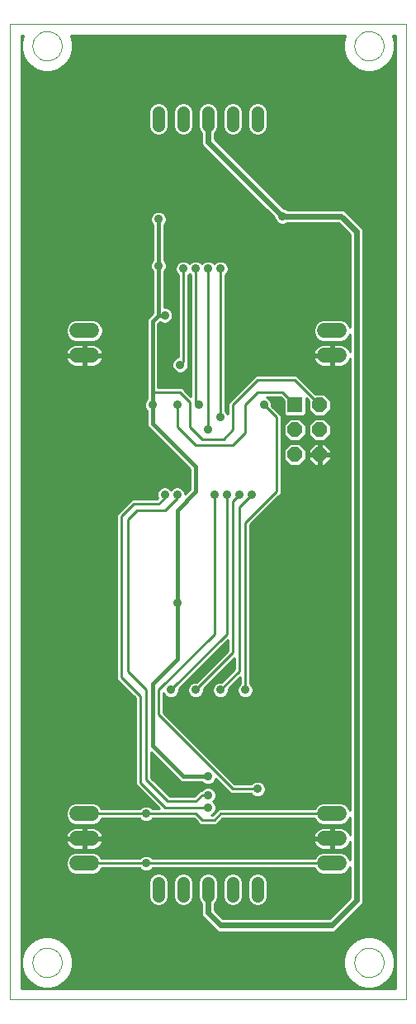
<source format=gbl>
G75*
G70*
%OFA0B0*%
%FSLAX24Y24*%
%IPPOS*%
%LPD*%
%AMOC8*
5,1,8,0,0,1.08239X$1,22.5*
%
%ADD10C,0.0000*%
%ADD11R,0.0600X0.0600*%
%ADD12OC8,0.0600*%
%ADD13C,0.0600*%
%ADD14C,0.0515*%
%ADD15C,0.0357*%
%ADD16C,0.0160*%
%ADD17C,0.0100*%
%ADD18C,0.0240*%
D10*
X000156Y000655D02*
X000156Y040025D01*
X016156Y040025D01*
X016156Y000655D01*
X000156Y000655D01*
X001065Y002155D02*
X001067Y002203D01*
X001073Y002251D01*
X001083Y002298D01*
X001096Y002344D01*
X001114Y002389D01*
X001134Y002433D01*
X001159Y002475D01*
X001187Y002514D01*
X001217Y002551D01*
X001251Y002585D01*
X001288Y002617D01*
X001326Y002646D01*
X001367Y002671D01*
X001410Y002693D01*
X001455Y002711D01*
X001501Y002725D01*
X001548Y002736D01*
X001596Y002743D01*
X001644Y002746D01*
X001692Y002745D01*
X001740Y002740D01*
X001788Y002731D01*
X001834Y002719D01*
X001879Y002702D01*
X001923Y002682D01*
X001965Y002659D01*
X002005Y002632D01*
X002043Y002602D01*
X002078Y002569D01*
X002110Y002533D01*
X002140Y002495D01*
X002166Y002454D01*
X002188Y002411D01*
X002208Y002367D01*
X002223Y002322D01*
X002235Y002275D01*
X002243Y002227D01*
X002247Y002179D01*
X002247Y002131D01*
X002243Y002083D01*
X002235Y002035D01*
X002223Y001988D01*
X002208Y001943D01*
X002188Y001899D01*
X002166Y001856D01*
X002140Y001815D01*
X002110Y001777D01*
X002078Y001741D01*
X002043Y001708D01*
X002005Y001678D01*
X001965Y001651D01*
X001923Y001628D01*
X001879Y001608D01*
X001834Y001591D01*
X001788Y001579D01*
X001740Y001570D01*
X001692Y001565D01*
X001644Y001564D01*
X001596Y001567D01*
X001548Y001574D01*
X001501Y001585D01*
X001455Y001599D01*
X001410Y001617D01*
X001367Y001639D01*
X001326Y001664D01*
X001288Y001693D01*
X001251Y001725D01*
X001217Y001759D01*
X001187Y001796D01*
X001159Y001835D01*
X001134Y001877D01*
X001114Y001921D01*
X001096Y001966D01*
X001083Y002012D01*
X001073Y002059D01*
X001067Y002107D01*
X001065Y002155D01*
X014065Y002155D02*
X014067Y002203D01*
X014073Y002251D01*
X014083Y002298D01*
X014096Y002344D01*
X014114Y002389D01*
X014134Y002433D01*
X014159Y002475D01*
X014187Y002514D01*
X014217Y002551D01*
X014251Y002585D01*
X014288Y002617D01*
X014326Y002646D01*
X014367Y002671D01*
X014410Y002693D01*
X014455Y002711D01*
X014501Y002725D01*
X014548Y002736D01*
X014596Y002743D01*
X014644Y002746D01*
X014692Y002745D01*
X014740Y002740D01*
X014788Y002731D01*
X014834Y002719D01*
X014879Y002702D01*
X014923Y002682D01*
X014965Y002659D01*
X015005Y002632D01*
X015043Y002602D01*
X015078Y002569D01*
X015110Y002533D01*
X015140Y002495D01*
X015166Y002454D01*
X015188Y002411D01*
X015208Y002367D01*
X015223Y002322D01*
X015235Y002275D01*
X015243Y002227D01*
X015247Y002179D01*
X015247Y002131D01*
X015243Y002083D01*
X015235Y002035D01*
X015223Y001988D01*
X015208Y001943D01*
X015188Y001899D01*
X015166Y001856D01*
X015140Y001815D01*
X015110Y001777D01*
X015078Y001741D01*
X015043Y001708D01*
X015005Y001678D01*
X014965Y001651D01*
X014923Y001628D01*
X014879Y001608D01*
X014834Y001591D01*
X014788Y001579D01*
X014740Y001570D01*
X014692Y001565D01*
X014644Y001564D01*
X014596Y001567D01*
X014548Y001574D01*
X014501Y001585D01*
X014455Y001599D01*
X014410Y001617D01*
X014367Y001639D01*
X014326Y001664D01*
X014288Y001693D01*
X014251Y001725D01*
X014217Y001759D01*
X014187Y001796D01*
X014159Y001835D01*
X014134Y001877D01*
X014114Y001921D01*
X014096Y001966D01*
X014083Y002012D01*
X014073Y002059D01*
X014067Y002107D01*
X014065Y002155D01*
X014065Y039155D02*
X014067Y039203D01*
X014073Y039251D01*
X014083Y039298D01*
X014096Y039344D01*
X014114Y039389D01*
X014134Y039433D01*
X014159Y039475D01*
X014187Y039514D01*
X014217Y039551D01*
X014251Y039585D01*
X014288Y039617D01*
X014326Y039646D01*
X014367Y039671D01*
X014410Y039693D01*
X014455Y039711D01*
X014501Y039725D01*
X014548Y039736D01*
X014596Y039743D01*
X014644Y039746D01*
X014692Y039745D01*
X014740Y039740D01*
X014788Y039731D01*
X014834Y039719D01*
X014879Y039702D01*
X014923Y039682D01*
X014965Y039659D01*
X015005Y039632D01*
X015043Y039602D01*
X015078Y039569D01*
X015110Y039533D01*
X015140Y039495D01*
X015166Y039454D01*
X015188Y039411D01*
X015208Y039367D01*
X015223Y039322D01*
X015235Y039275D01*
X015243Y039227D01*
X015247Y039179D01*
X015247Y039131D01*
X015243Y039083D01*
X015235Y039035D01*
X015223Y038988D01*
X015208Y038943D01*
X015188Y038899D01*
X015166Y038856D01*
X015140Y038815D01*
X015110Y038777D01*
X015078Y038741D01*
X015043Y038708D01*
X015005Y038678D01*
X014965Y038651D01*
X014923Y038628D01*
X014879Y038608D01*
X014834Y038591D01*
X014788Y038579D01*
X014740Y038570D01*
X014692Y038565D01*
X014644Y038564D01*
X014596Y038567D01*
X014548Y038574D01*
X014501Y038585D01*
X014455Y038599D01*
X014410Y038617D01*
X014367Y038639D01*
X014326Y038664D01*
X014288Y038693D01*
X014251Y038725D01*
X014217Y038759D01*
X014187Y038796D01*
X014159Y038835D01*
X014134Y038877D01*
X014114Y038921D01*
X014096Y038966D01*
X014083Y039012D01*
X014073Y039059D01*
X014067Y039107D01*
X014065Y039155D01*
X001065Y039155D02*
X001067Y039203D01*
X001073Y039251D01*
X001083Y039298D01*
X001096Y039344D01*
X001114Y039389D01*
X001134Y039433D01*
X001159Y039475D01*
X001187Y039514D01*
X001217Y039551D01*
X001251Y039585D01*
X001288Y039617D01*
X001326Y039646D01*
X001367Y039671D01*
X001410Y039693D01*
X001455Y039711D01*
X001501Y039725D01*
X001548Y039736D01*
X001596Y039743D01*
X001644Y039746D01*
X001692Y039745D01*
X001740Y039740D01*
X001788Y039731D01*
X001834Y039719D01*
X001879Y039702D01*
X001923Y039682D01*
X001965Y039659D01*
X002005Y039632D01*
X002043Y039602D01*
X002078Y039569D01*
X002110Y039533D01*
X002140Y039495D01*
X002166Y039454D01*
X002188Y039411D01*
X002208Y039367D01*
X002223Y039322D01*
X002235Y039275D01*
X002243Y039227D01*
X002247Y039179D01*
X002247Y039131D01*
X002243Y039083D01*
X002235Y039035D01*
X002223Y038988D01*
X002208Y038943D01*
X002188Y038899D01*
X002166Y038856D01*
X002140Y038815D01*
X002110Y038777D01*
X002078Y038741D01*
X002043Y038708D01*
X002005Y038678D01*
X001965Y038651D01*
X001923Y038628D01*
X001879Y038608D01*
X001834Y038591D01*
X001788Y038579D01*
X001740Y038570D01*
X001692Y038565D01*
X001644Y038564D01*
X001596Y038567D01*
X001548Y038574D01*
X001501Y038585D01*
X001455Y038599D01*
X001410Y038617D01*
X001367Y038639D01*
X001326Y038664D01*
X001288Y038693D01*
X001251Y038725D01*
X001217Y038759D01*
X001187Y038796D01*
X001159Y038835D01*
X001134Y038877D01*
X001114Y038921D01*
X001096Y038966D01*
X001083Y039012D01*
X001073Y039059D01*
X001067Y039107D01*
X001065Y039155D01*
D11*
X011656Y024655D03*
D12*
X011656Y023655D03*
X011656Y022655D03*
X012656Y022655D03*
X012656Y023655D03*
X012656Y024655D03*
D13*
X012856Y026655D02*
X013456Y026655D01*
X013456Y027655D02*
X012856Y027655D01*
X012856Y008155D02*
X013456Y008155D01*
X013456Y007155D02*
X012856Y007155D01*
X012856Y006155D02*
X013456Y006155D01*
X003456Y006155D02*
X002856Y006155D01*
X002856Y007155D02*
X003456Y007155D01*
X003456Y008155D02*
X002856Y008155D01*
X002856Y026655D02*
X003456Y026655D01*
X003456Y027655D02*
X002856Y027655D01*
D14*
X006156Y035949D02*
X006156Y036464D01*
X007156Y036464D02*
X007156Y035949D01*
X008156Y035949D02*
X008156Y036464D01*
X009156Y036464D02*
X009156Y035949D01*
X010156Y035949D02*
X010156Y036464D01*
X010156Y005361D02*
X010156Y004846D01*
X009156Y004846D02*
X009156Y005361D01*
X008156Y005361D02*
X008156Y004846D01*
X007156Y004846D02*
X007156Y005361D01*
X006156Y005361D02*
X006156Y004846D01*
D15*
X005656Y006155D03*
X005656Y008155D03*
X006656Y013155D03*
X007656Y013155D03*
X008656Y013155D03*
X009656Y013155D03*
X008156Y009655D03*
X008156Y008905D03*
X008156Y008405D03*
X010156Y009155D03*
X006906Y016655D03*
X006906Y021030D03*
X006406Y021030D03*
X006906Y024655D03*
X007031Y026280D03*
X007781Y024655D03*
X008156Y023655D03*
X008656Y024155D03*
X008906Y021030D03*
X008406Y021030D03*
X009406Y021030D03*
X009906Y021030D03*
X010406Y024655D03*
X008656Y030155D03*
X008156Y030155D03*
X007656Y030155D03*
X007156Y030155D03*
X006406Y028280D03*
X006156Y030280D03*
X006156Y032155D03*
X005906Y024655D03*
X011156Y032280D03*
D16*
X005906Y023905D02*
X007656Y022155D01*
X007656Y021155D01*
X006906Y020405D01*
X006906Y016655D01*
X006906Y014405D01*
X005906Y013405D01*
X005906Y010905D01*
X007156Y009655D01*
X008156Y009655D01*
X005906Y023905D02*
X005906Y024655D01*
X005906Y025155D01*
X005906Y028030D01*
X006156Y028280D01*
X006406Y028280D01*
X006156Y028280D02*
X006156Y030280D01*
X006156Y032155D01*
D17*
X006386Y031921D02*
X006434Y031969D01*
X006484Y032090D01*
X006484Y032220D01*
X006434Y032341D01*
X006342Y032434D01*
X006221Y032484D01*
X006090Y032484D01*
X005970Y032434D01*
X005877Y032341D01*
X005827Y032220D01*
X005827Y032090D01*
X005877Y031969D01*
X005926Y031921D01*
X005926Y030515D01*
X005877Y030466D01*
X005827Y030345D01*
X005827Y030215D01*
X005877Y030094D01*
X005926Y030046D01*
X005926Y028375D01*
X005810Y028260D01*
X005676Y028125D01*
X005676Y025060D01*
X005676Y024890D01*
X005627Y024841D01*
X005577Y024720D01*
X005577Y024590D01*
X005627Y024469D01*
X005676Y024421D01*
X005676Y023810D01*
X005810Y023675D01*
X007426Y022060D01*
X007426Y021250D01*
X007234Y021059D01*
X007234Y021095D01*
X007184Y021216D01*
X007092Y021309D01*
X006971Y021359D01*
X006840Y021359D01*
X006720Y021309D01*
X006656Y021245D01*
X006592Y021309D01*
X006471Y021359D01*
X006340Y021359D01*
X006220Y021309D01*
X006127Y021216D01*
X006077Y021095D01*
X006077Y020965D01*
X006108Y020890D01*
X006073Y020855D01*
X005238Y020855D01*
X005073Y020855D01*
X004573Y020355D01*
X004456Y020238D01*
X004456Y013738D01*
X004456Y013572D01*
X005206Y012822D01*
X005206Y009488D01*
X005206Y009322D01*
X006173Y008355D01*
X005920Y008355D01*
X005842Y008434D01*
X005721Y008484D01*
X005590Y008484D01*
X005470Y008434D01*
X005391Y008355D01*
X003860Y008355D01*
X003837Y008410D01*
X003710Y008537D01*
X003545Y008605D01*
X002766Y008605D01*
X002601Y008537D01*
X002474Y008410D01*
X002406Y008245D01*
X002406Y008066D01*
X002474Y007900D01*
X002601Y007774D01*
X002766Y007705D01*
X003545Y007705D01*
X003710Y007774D01*
X003837Y007900D01*
X003860Y007955D01*
X005391Y007955D01*
X005470Y007877D01*
X005590Y007827D01*
X005721Y007827D01*
X005842Y007877D01*
X005920Y007955D01*
X007573Y007955D01*
X007706Y007822D01*
X007823Y007705D01*
X008323Y007705D01*
X008488Y007705D01*
X008738Y007955D01*
X012451Y007955D01*
X012474Y007900D01*
X012601Y007774D01*
X012766Y007705D01*
X013545Y007705D01*
X013710Y007774D01*
X013837Y007900D01*
X013886Y008017D01*
X013886Y007288D01*
X013873Y007328D01*
X013840Y007391D01*
X013799Y007448D01*
X013749Y007498D01*
X013691Y007540D01*
X013628Y007572D01*
X013561Y007594D01*
X013491Y007605D01*
X013206Y007605D01*
X013206Y007205D01*
X013106Y007205D01*
X013106Y007605D01*
X012820Y007605D01*
X012750Y007594D01*
X012683Y007572D01*
X012620Y007540D01*
X012562Y007498D01*
X012512Y007448D01*
X012471Y007391D01*
X012439Y007328D01*
X012417Y007260D01*
X012408Y007205D01*
X013105Y007205D01*
X013105Y007105D01*
X012408Y007105D01*
X012417Y007050D01*
X012439Y006982D01*
X012471Y006919D01*
X012512Y006862D01*
X012562Y006812D01*
X012620Y006770D01*
X012683Y006738D01*
X012750Y006716D01*
X012820Y006705D01*
X013106Y006705D01*
X013106Y007105D01*
X013206Y007105D01*
X013206Y006705D01*
X013491Y006705D01*
X013561Y006716D01*
X013628Y006738D01*
X013691Y006770D01*
X013749Y006812D01*
X013799Y006862D01*
X013840Y006919D01*
X013873Y006982D01*
X013886Y007022D01*
X013886Y006293D01*
X013837Y006410D01*
X013710Y006537D01*
X013545Y006605D01*
X012766Y006605D01*
X012601Y006537D01*
X012474Y006410D01*
X012451Y006355D01*
X005920Y006355D01*
X005842Y006434D01*
X005721Y006484D01*
X005590Y006484D01*
X005470Y006434D01*
X005391Y006355D01*
X003860Y006355D01*
X003837Y006410D01*
X003710Y006537D01*
X003545Y006605D01*
X002766Y006605D01*
X002601Y006537D01*
X002474Y006410D01*
X002406Y006245D01*
X002406Y006066D01*
X002474Y005900D01*
X002601Y005774D01*
X002766Y005705D01*
X003545Y005705D01*
X003710Y005774D01*
X003837Y005900D01*
X003860Y005955D01*
X005391Y005955D01*
X005470Y005877D01*
X005590Y005827D01*
X005721Y005827D01*
X005842Y005877D01*
X005920Y005955D01*
X012451Y005955D01*
X012474Y005900D01*
X012601Y005774D01*
X012766Y005705D01*
X013545Y005705D01*
X013710Y005774D01*
X013837Y005900D01*
X013886Y006017D01*
X013886Y004767D01*
X013044Y003925D01*
X008767Y003925D01*
X008426Y004267D01*
X008426Y004540D01*
X008501Y004616D01*
X008563Y004765D01*
X008563Y005442D01*
X008501Y005592D01*
X008386Y005707D01*
X008237Y005769D01*
X008074Y005769D01*
X007925Y005707D01*
X007810Y005592D01*
X007748Y005442D01*
X007748Y004765D01*
X007810Y004616D01*
X007886Y004540D01*
X007886Y004209D01*
X007886Y004101D01*
X007927Y004002D01*
X008427Y003502D01*
X008503Y003426D01*
X008602Y003385D01*
X013102Y003385D01*
X013209Y003385D01*
X013309Y003426D01*
X014309Y004426D01*
X014384Y004502D01*
X014426Y004601D01*
X014426Y031601D01*
X014426Y031709D01*
X014384Y031808D01*
X013759Y032433D01*
X013684Y032509D01*
X013584Y032550D01*
X011350Y032550D01*
X011342Y032559D01*
X011221Y032609D01*
X011209Y032609D01*
X008426Y035392D01*
X008426Y035643D01*
X008501Y035718D01*
X008563Y035868D01*
X008563Y036545D01*
X008501Y036695D01*
X008386Y036809D01*
X008237Y036871D01*
X008074Y036871D01*
X007925Y036809D01*
X007810Y036695D01*
X007748Y036545D01*
X007748Y035868D01*
X007810Y035718D01*
X007886Y035643D01*
X007886Y035226D01*
X007927Y035127D01*
X008003Y035051D01*
X010827Y032227D01*
X010827Y032215D01*
X010877Y032094D01*
X010970Y032002D01*
X011090Y031952D01*
X011221Y031952D01*
X011342Y032002D01*
X011350Y032010D01*
X013419Y032010D01*
X013886Y031543D01*
X013886Y027793D01*
X013837Y027910D01*
X013710Y028037D01*
X013545Y028105D01*
X012766Y028105D01*
X012601Y028037D01*
X012474Y027910D01*
X012406Y027745D01*
X012406Y027566D01*
X012474Y027400D01*
X012601Y027274D01*
X012766Y027205D01*
X013545Y027205D01*
X013710Y027274D01*
X013837Y027400D01*
X013886Y027517D01*
X013886Y026788D01*
X013873Y026828D01*
X013840Y026891D01*
X013799Y026948D01*
X013749Y026998D01*
X013691Y027040D01*
X013628Y027072D01*
X013561Y027094D01*
X013491Y027105D01*
X013206Y027105D01*
X013206Y026705D01*
X013106Y026705D01*
X013106Y027105D01*
X012820Y027105D01*
X012750Y027094D01*
X012683Y027072D01*
X012620Y027040D01*
X012562Y026998D01*
X012512Y026948D01*
X012471Y026891D01*
X012439Y026828D01*
X012417Y026760D01*
X012408Y026705D01*
X013105Y026705D01*
X013105Y026605D01*
X012408Y026605D01*
X012417Y026550D01*
X012439Y026482D01*
X012471Y026419D01*
X012512Y026362D01*
X012562Y026312D01*
X012620Y026270D01*
X012683Y026238D01*
X012750Y026216D01*
X012820Y026205D01*
X013106Y026205D01*
X013106Y026605D01*
X013206Y026605D01*
X013206Y026205D01*
X013491Y026205D01*
X013561Y026216D01*
X013628Y026238D01*
X013691Y026270D01*
X013749Y026312D01*
X013799Y026362D01*
X013840Y026419D01*
X013873Y026482D01*
X013886Y026522D01*
X013886Y008293D01*
X013837Y008410D01*
X013710Y008537D01*
X013545Y008605D01*
X012766Y008605D01*
X012601Y008537D01*
X012474Y008410D01*
X012451Y008355D01*
X008573Y008355D01*
X008456Y008238D01*
X008323Y008105D01*
X008289Y008105D01*
X008342Y008127D01*
X008434Y008219D01*
X008484Y008340D01*
X008484Y008470D01*
X008434Y008591D01*
X008370Y008655D01*
X008434Y008719D01*
X008484Y008840D01*
X008484Y008970D01*
X008434Y009091D01*
X008342Y009184D01*
X008221Y009234D01*
X008090Y009234D01*
X007970Y009184D01*
X007891Y009105D01*
X007823Y009105D01*
X007706Y008988D01*
X007573Y008855D01*
X006613Y008855D01*
X005856Y009613D01*
X005856Y010630D01*
X006926Y009560D01*
X007060Y009425D01*
X007921Y009425D01*
X007970Y009377D01*
X008090Y009327D01*
X006142Y009327D01*
X006240Y009228D02*
X008078Y009228D01*
X008090Y009327D02*
X008221Y009327D01*
X008342Y009377D01*
X008434Y009469D01*
X008471Y009557D01*
X008956Y009072D01*
X009073Y008955D01*
X009891Y008955D01*
X009970Y008877D01*
X010090Y008827D01*
X010221Y008827D01*
X010342Y008877D01*
X010434Y008969D01*
X010484Y009090D01*
X010484Y009220D01*
X010434Y009341D01*
X010342Y009434D01*
X010221Y009484D01*
X010090Y009484D01*
X009970Y009434D01*
X009891Y009355D01*
X009238Y009355D01*
X006356Y012238D01*
X006356Y013021D01*
X006377Y012969D01*
X006470Y012877D01*
X006590Y012827D01*
X006721Y012827D01*
X006842Y012877D01*
X006934Y012969D01*
X006984Y013090D01*
X006984Y013201D01*
X008956Y015172D01*
X008956Y014738D01*
X007701Y013484D01*
X007590Y013484D01*
X007470Y013434D01*
X007377Y013341D01*
X007327Y013220D01*
X007327Y013090D01*
X007377Y012969D01*
X007470Y012877D01*
X007590Y012827D01*
X007721Y012827D01*
X007842Y012877D01*
X007934Y012969D01*
X007984Y013090D01*
X007984Y013201D01*
X009206Y014422D01*
X009206Y013988D01*
X008701Y013484D01*
X008590Y013484D01*
X008470Y013434D01*
X008377Y013341D01*
X008327Y013220D01*
X008327Y013090D01*
X008377Y012969D01*
X008470Y012877D01*
X008590Y012827D01*
X008721Y012827D01*
X008842Y012877D01*
X008934Y012969D01*
X008984Y013090D01*
X008984Y013201D01*
X009456Y013672D01*
X009456Y013420D01*
X009377Y013341D01*
X009327Y013220D01*
X009327Y013090D01*
X009377Y012969D01*
X009470Y012877D01*
X009590Y012827D01*
X009721Y012827D01*
X009842Y012877D01*
X009934Y012969D01*
X009984Y013090D01*
X009984Y013220D01*
X009934Y013341D01*
X009856Y013420D01*
X009856Y019822D01*
X010988Y020955D01*
X013886Y020955D01*
X013886Y020856D02*
X010890Y020856D01*
X010791Y020758D02*
X013886Y020758D01*
X013886Y020659D02*
X010693Y020659D01*
X010594Y020561D02*
X013886Y020561D01*
X013886Y020462D02*
X010496Y020462D01*
X010397Y020364D02*
X013886Y020364D01*
X013886Y020265D02*
X010299Y020265D01*
X010200Y020167D02*
X013886Y020167D01*
X013886Y020068D02*
X010101Y020068D01*
X010003Y019970D02*
X013886Y019970D01*
X013886Y019871D02*
X009904Y019871D01*
X009856Y019773D02*
X013886Y019773D01*
X013886Y019674D02*
X009856Y019674D01*
X009856Y019575D02*
X013886Y019575D01*
X013886Y019477D02*
X009856Y019477D01*
X009856Y019378D02*
X013886Y019378D01*
X013886Y019280D02*
X009856Y019280D01*
X009856Y019181D02*
X013886Y019181D01*
X013886Y019083D02*
X009856Y019083D01*
X009856Y018984D02*
X013886Y018984D01*
X013886Y018886D02*
X009856Y018886D01*
X009856Y018787D02*
X013886Y018787D01*
X013886Y018689D02*
X009856Y018689D01*
X009856Y018590D02*
X013886Y018590D01*
X013886Y018491D02*
X009856Y018491D01*
X009856Y018393D02*
X013886Y018393D01*
X013886Y018294D02*
X009856Y018294D01*
X009856Y018196D02*
X013886Y018196D01*
X013886Y018097D02*
X009856Y018097D01*
X009856Y017999D02*
X013886Y017999D01*
X013886Y017900D02*
X009856Y017900D01*
X009856Y017802D02*
X013886Y017802D01*
X013886Y017703D02*
X009856Y017703D01*
X009856Y017605D02*
X013886Y017605D01*
X013886Y017506D02*
X009856Y017506D01*
X009856Y017407D02*
X013886Y017407D01*
X013886Y017309D02*
X009856Y017309D01*
X009856Y017210D02*
X013886Y017210D01*
X013886Y017112D02*
X009856Y017112D01*
X009856Y017013D02*
X013886Y017013D01*
X013886Y016915D02*
X009856Y016915D01*
X009856Y016816D02*
X013886Y016816D01*
X013886Y016718D02*
X009856Y016718D01*
X009856Y016619D02*
X013886Y016619D01*
X013886Y016521D02*
X009856Y016521D01*
X009856Y016422D02*
X013886Y016422D01*
X013886Y016324D02*
X009856Y016324D01*
X009856Y016225D02*
X013886Y016225D01*
X013886Y016126D02*
X009856Y016126D01*
X009856Y016028D02*
X013886Y016028D01*
X013886Y015929D02*
X009856Y015929D01*
X009856Y015831D02*
X013886Y015831D01*
X013886Y015732D02*
X009856Y015732D01*
X009856Y015634D02*
X013886Y015634D01*
X013886Y015535D02*
X009856Y015535D01*
X009856Y015437D02*
X013886Y015437D01*
X013886Y015338D02*
X009856Y015338D01*
X009856Y015240D02*
X013886Y015240D01*
X013886Y015141D02*
X009856Y015141D01*
X009856Y015042D02*
X013886Y015042D01*
X013886Y014944D02*
X009856Y014944D01*
X009856Y014845D02*
X013886Y014845D01*
X013886Y014747D02*
X009856Y014747D01*
X009856Y014648D02*
X013886Y014648D01*
X013886Y014550D02*
X009856Y014550D01*
X009856Y014451D02*
X013886Y014451D01*
X013886Y014353D02*
X009856Y014353D01*
X009856Y014254D02*
X013886Y014254D01*
X013886Y014156D02*
X009856Y014156D01*
X009856Y014057D02*
X013886Y014057D01*
X013886Y013958D02*
X009856Y013958D01*
X009856Y013860D02*
X013886Y013860D01*
X013886Y013761D02*
X009856Y013761D01*
X009856Y013663D02*
X013886Y013663D01*
X013886Y013564D02*
X009856Y013564D01*
X009856Y013466D02*
X013886Y013466D01*
X013886Y013367D02*
X009908Y013367D01*
X009964Y013269D02*
X013886Y013269D01*
X013886Y013170D02*
X009984Y013170D01*
X009976Y013072D02*
X013886Y013072D01*
X013886Y012973D02*
X009936Y012973D01*
X009836Y012874D02*
X013886Y012874D01*
X013886Y012776D02*
X006356Y012776D01*
X006356Y012874D02*
X006475Y012874D01*
X006376Y012973D02*
X006356Y012973D01*
X006156Y013155D02*
X006156Y012155D01*
X009156Y009155D01*
X010156Y009155D01*
X010398Y008933D02*
X013886Y008933D01*
X013886Y009031D02*
X010460Y009031D01*
X010484Y009130D02*
X013886Y009130D01*
X013886Y009228D02*
X010481Y009228D01*
X010440Y009327D02*
X013886Y009327D01*
X013886Y009425D02*
X010350Y009425D01*
X009961Y009425D02*
X009168Y009425D01*
X009069Y009524D02*
X013886Y009524D01*
X013886Y009623D02*
X008971Y009623D01*
X008872Y009721D02*
X013886Y009721D01*
X013886Y009820D02*
X008774Y009820D01*
X008675Y009918D02*
X013886Y009918D01*
X013886Y010017D02*
X008577Y010017D01*
X008478Y010115D02*
X013886Y010115D01*
X013886Y010214D02*
X008380Y010214D01*
X008281Y010312D02*
X013886Y010312D01*
X013886Y010411D02*
X008183Y010411D01*
X008084Y010509D02*
X013886Y010509D01*
X013886Y010608D02*
X007986Y010608D01*
X007887Y010707D02*
X013886Y010707D01*
X013886Y010805D02*
X007788Y010805D01*
X007690Y010904D02*
X013886Y010904D01*
X013886Y011002D02*
X007591Y011002D01*
X007493Y011101D02*
X013886Y011101D01*
X013886Y011199D02*
X007394Y011199D01*
X007296Y011298D02*
X013886Y011298D01*
X013886Y011396D02*
X007197Y011396D01*
X007099Y011495D02*
X013886Y011495D01*
X013886Y011593D02*
X007000Y011593D01*
X006902Y011692D02*
X013886Y011692D01*
X013886Y011791D02*
X006803Y011791D01*
X006704Y011889D02*
X013886Y011889D01*
X013886Y011988D02*
X006606Y011988D01*
X006507Y012086D02*
X013886Y012086D01*
X013886Y012185D02*
X006409Y012185D01*
X006356Y012283D02*
X013886Y012283D01*
X013886Y012382D02*
X006356Y012382D01*
X006356Y012480D02*
X013886Y012480D01*
X013886Y012579D02*
X006356Y012579D01*
X006356Y012677D02*
X013886Y012677D01*
X014426Y012677D02*
X015706Y012677D01*
X015706Y012579D02*
X014426Y012579D01*
X014426Y012480D02*
X015706Y012480D01*
X015706Y012382D02*
X014426Y012382D01*
X014426Y012283D02*
X015706Y012283D01*
X015706Y012185D02*
X014426Y012185D01*
X014426Y012086D02*
X015706Y012086D01*
X015706Y011988D02*
X014426Y011988D01*
X014426Y011889D02*
X015706Y011889D01*
X015706Y011791D02*
X014426Y011791D01*
X014426Y011692D02*
X015706Y011692D01*
X015706Y011593D02*
X014426Y011593D01*
X014426Y011495D02*
X015706Y011495D01*
X015706Y011396D02*
X014426Y011396D01*
X014426Y011298D02*
X015706Y011298D01*
X015706Y011199D02*
X014426Y011199D01*
X014426Y011101D02*
X015706Y011101D01*
X015706Y011002D02*
X014426Y011002D01*
X014426Y010904D02*
X015706Y010904D01*
X015706Y010805D02*
X014426Y010805D01*
X014426Y010707D02*
X015706Y010707D01*
X015706Y010608D02*
X014426Y010608D01*
X014426Y010509D02*
X015706Y010509D01*
X015706Y010411D02*
X014426Y010411D01*
X014426Y010312D02*
X015706Y010312D01*
X015706Y010214D02*
X014426Y010214D01*
X014426Y010115D02*
X015706Y010115D01*
X015706Y010017D02*
X014426Y010017D01*
X014426Y009918D02*
X015706Y009918D01*
X015706Y009820D02*
X014426Y009820D01*
X014426Y009721D02*
X015706Y009721D01*
X015706Y009623D02*
X014426Y009623D01*
X014426Y009524D02*
X015706Y009524D01*
X015706Y009425D02*
X014426Y009425D01*
X014426Y009327D02*
X015706Y009327D01*
X015706Y009228D02*
X014426Y009228D01*
X014426Y009130D02*
X015706Y009130D01*
X015706Y009031D02*
X014426Y009031D01*
X014426Y008933D02*
X015706Y008933D01*
X015706Y008834D02*
X014426Y008834D01*
X014426Y008736D02*
X015706Y008736D01*
X015706Y008637D02*
X014426Y008637D01*
X014426Y008539D02*
X015706Y008539D01*
X015706Y008440D02*
X014426Y008440D01*
X014426Y008341D02*
X015706Y008341D01*
X015706Y008243D02*
X014426Y008243D01*
X014426Y008144D02*
X015706Y008144D01*
X015706Y008046D02*
X014426Y008046D01*
X014426Y007947D02*
X015706Y007947D01*
X015706Y007849D02*
X014426Y007849D01*
X014426Y007750D02*
X015706Y007750D01*
X015706Y007652D02*
X014426Y007652D01*
X014426Y007553D02*
X015706Y007553D01*
X015706Y007455D02*
X014426Y007455D01*
X014426Y007356D02*
X015706Y007356D01*
X015706Y007258D02*
X014426Y007258D01*
X014426Y007159D02*
X015706Y007159D01*
X015706Y007060D02*
X014426Y007060D01*
X014426Y006962D02*
X015706Y006962D01*
X015706Y006863D02*
X014426Y006863D01*
X014426Y006765D02*
X015706Y006765D01*
X015706Y006666D02*
X014426Y006666D01*
X014426Y006568D02*
X015706Y006568D01*
X015706Y006469D02*
X014426Y006469D01*
X014426Y006371D02*
X015706Y006371D01*
X015706Y006272D02*
X014426Y006272D01*
X014426Y006174D02*
X015706Y006174D01*
X015706Y006075D02*
X014426Y006075D01*
X014426Y005976D02*
X015706Y005976D01*
X015706Y005878D02*
X014426Y005878D01*
X014426Y005779D02*
X015706Y005779D01*
X015706Y005681D02*
X014426Y005681D01*
X014426Y005582D02*
X015706Y005582D01*
X015706Y005484D02*
X014426Y005484D01*
X014426Y005385D02*
X015706Y005385D01*
X015706Y005287D02*
X014426Y005287D01*
X014426Y005188D02*
X015706Y005188D01*
X015706Y005090D02*
X014426Y005090D01*
X014426Y004991D02*
X015706Y004991D01*
X015706Y004892D02*
X014426Y004892D01*
X014426Y004794D02*
X015706Y004794D01*
X015706Y004695D02*
X014426Y004695D01*
X014424Y004597D02*
X015706Y004597D01*
X015706Y004498D02*
X014381Y004498D01*
X014282Y004400D02*
X015706Y004400D01*
X015706Y004301D02*
X014184Y004301D01*
X014085Y004203D02*
X015706Y004203D01*
X015706Y004104D02*
X013986Y004104D01*
X013888Y004006D02*
X015706Y004006D01*
X015706Y003907D02*
X013789Y003907D01*
X013691Y003809D02*
X015706Y003809D01*
X015706Y003710D02*
X013592Y003710D01*
X013494Y003611D02*
X015706Y003611D01*
X015706Y003513D02*
X013395Y003513D01*
X013280Y003414D02*
X015706Y003414D01*
X015706Y003316D02*
X000606Y003316D01*
X000606Y003414D02*
X008531Y003414D01*
X008416Y003513D02*
X000606Y003513D01*
X000606Y003611D02*
X008317Y003611D01*
X008219Y003710D02*
X000606Y003710D01*
X000606Y003809D02*
X008120Y003809D01*
X008022Y003907D02*
X000606Y003907D01*
X000606Y004006D02*
X007925Y004006D01*
X007886Y004104D02*
X000606Y004104D01*
X000606Y004203D02*
X007886Y004203D01*
X007886Y004301D02*
X000606Y004301D01*
X000606Y004400D02*
X007886Y004400D01*
X007886Y004498D02*
X007380Y004498D01*
X007386Y004501D02*
X007501Y004616D01*
X007563Y004765D01*
X007563Y005442D01*
X007501Y005592D01*
X007386Y005707D01*
X007237Y005769D01*
X007074Y005769D01*
X006925Y005707D01*
X006810Y005592D01*
X006748Y005442D01*
X006748Y004765D01*
X006810Y004616D01*
X006925Y004501D01*
X007074Y004439D01*
X007237Y004439D01*
X007386Y004501D01*
X007482Y004597D02*
X007829Y004597D01*
X007777Y004695D02*
X007534Y004695D01*
X007563Y004794D02*
X007748Y004794D01*
X007748Y004892D02*
X007563Y004892D01*
X007563Y004991D02*
X007748Y004991D01*
X007748Y005090D02*
X007563Y005090D01*
X007563Y005188D02*
X007748Y005188D01*
X007748Y005287D02*
X007563Y005287D01*
X007563Y005385D02*
X007748Y005385D01*
X007765Y005484D02*
X007546Y005484D01*
X007505Y005582D02*
X007806Y005582D01*
X007899Y005681D02*
X007412Y005681D01*
X006899Y005681D02*
X006412Y005681D01*
X006386Y005707D02*
X006501Y005592D01*
X006563Y005442D01*
X006563Y004765D01*
X006501Y004616D01*
X006386Y004501D01*
X006237Y004439D01*
X006074Y004439D01*
X005925Y004501D01*
X005810Y004616D01*
X005748Y004765D01*
X005748Y005442D01*
X005810Y005592D01*
X005925Y005707D01*
X006074Y005769D01*
X006237Y005769D01*
X006386Y005707D01*
X006505Y005582D02*
X006806Y005582D01*
X006765Y005484D02*
X006546Y005484D01*
X006563Y005385D02*
X006748Y005385D01*
X006748Y005287D02*
X006563Y005287D01*
X006563Y005188D02*
X006748Y005188D01*
X006748Y005090D02*
X006563Y005090D01*
X006563Y004991D02*
X006748Y004991D01*
X006748Y004892D02*
X006563Y004892D01*
X006563Y004794D02*
X006748Y004794D01*
X006777Y004695D02*
X006534Y004695D01*
X006482Y004597D02*
X006829Y004597D01*
X006931Y004498D02*
X006380Y004498D01*
X005931Y004498D02*
X000606Y004498D01*
X000606Y004597D02*
X005829Y004597D01*
X005777Y004695D02*
X000606Y004695D01*
X000606Y004794D02*
X005748Y004794D01*
X005748Y004892D02*
X000606Y004892D01*
X000606Y004991D02*
X005748Y004991D01*
X005748Y005090D02*
X000606Y005090D01*
X000606Y005188D02*
X005748Y005188D01*
X005748Y005287D02*
X000606Y005287D01*
X000606Y005385D02*
X005748Y005385D01*
X005765Y005484D02*
X000606Y005484D01*
X000606Y005582D02*
X005806Y005582D01*
X005899Y005681D02*
X000606Y005681D01*
X000606Y005779D02*
X002595Y005779D01*
X002496Y005878D02*
X000606Y005878D01*
X000606Y005976D02*
X002442Y005976D01*
X002406Y006075D02*
X000606Y006075D01*
X000606Y006174D02*
X002406Y006174D01*
X002417Y006272D02*
X000606Y006272D01*
X000606Y006371D02*
X002458Y006371D01*
X002533Y006469D02*
X000606Y006469D01*
X000606Y006568D02*
X002676Y006568D01*
X002750Y006716D02*
X002683Y006738D01*
X002620Y006770D01*
X002562Y006812D01*
X002512Y006862D01*
X002471Y006919D01*
X002439Y006982D01*
X002417Y007050D01*
X002408Y007105D01*
X003105Y007105D01*
X003105Y007205D01*
X002408Y007205D01*
X002417Y007260D01*
X002439Y007328D01*
X002471Y007391D01*
X002512Y007448D01*
X002562Y007498D01*
X002620Y007540D01*
X002683Y007572D01*
X002750Y007594D01*
X002820Y007605D01*
X003106Y007605D01*
X003106Y007205D01*
X003206Y007205D01*
X003903Y007205D01*
X003894Y007260D01*
X003873Y007328D01*
X003840Y007391D01*
X003799Y007448D01*
X003749Y007498D01*
X003691Y007540D01*
X003628Y007572D01*
X003561Y007594D01*
X003491Y007605D01*
X003206Y007605D01*
X003206Y007205D01*
X003206Y007105D01*
X003903Y007105D01*
X003894Y007050D01*
X003873Y006982D01*
X003840Y006919D01*
X003799Y006862D01*
X003749Y006812D01*
X003691Y006770D01*
X003628Y006738D01*
X003561Y006716D01*
X003491Y006705D01*
X003206Y006705D01*
X003206Y007105D01*
X003106Y007105D01*
X003106Y006705D01*
X002820Y006705D01*
X002750Y006716D01*
X002630Y006765D02*
X000606Y006765D01*
X000606Y006863D02*
X002511Y006863D01*
X002449Y006962D02*
X000606Y006962D01*
X000606Y007060D02*
X002415Y007060D01*
X002416Y007258D02*
X000606Y007258D01*
X000606Y007356D02*
X002453Y007356D01*
X002519Y007455D02*
X000606Y007455D01*
X000606Y007553D02*
X002646Y007553D01*
X002657Y007750D02*
X000606Y007750D01*
X000606Y007652D02*
X013886Y007652D01*
X013886Y007750D02*
X013654Y007750D01*
X013786Y007849D02*
X013886Y007849D01*
X013886Y007947D02*
X013857Y007947D01*
X013865Y008341D02*
X013886Y008341D01*
X013886Y008440D02*
X013807Y008440D01*
X013886Y008539D02*
X013706Y008539D01*
X013886Y008637D02*
X008388Y008637D01*
X008441Y008736D02*
X013886Y008736D01*
X013886Y008834D02*
X010239Y008834D01*
X010072Y008834D02*
X008482Y008834D01*
X008484Y008933D02*
X009913Y008933D01*
X008997Y009031D02*
X008459Y009031D01*
X008395Y009130D02*
X008898Y009130D01*
X008799Y009228D02*
X008233Y009228D01*
X008221Y009327D02*
X008701Y009327D01*
X008602Y009425D02*
X008390Y009425D01*
X008457Y009524D02*
X008504Y009524D01*
X008156Y008905D02*
X007906Y008905D01*
X007656Y008655D01*
X006531Y008655D01*
X005656Y009530D01*
X005656Y013155D01*
X004906Y013905D01*
X004906Y020030D01*
X005281Y020405D01*
X006406Y020405D01*
X006906Y020905D01*
X006906Y021030D01*
X007211Y021152D02*
X007327Y021152D01*
X007426Y021251D02*
X007149Y021251D01*
X006993Y021349D02*
X007426Y021349D01*
X007426Y021448D02*
X000606Y021448D01*
X000606Y021546D02*
X007426Y021546D01*
X007426Y021645D02*
X000606Y021645D01*
X000606Y021743D02*
X007426Y021743D01*
X007426Y021842D02*
X000606Y021842D01*
X000606Y021940D02*
X007426Y021940D01*
X007426Y022039D02*
X000606Y022039D01*
X000606Y022138D02*
X007348Y022138D01*
X007249Y022236D02*
X000606Y022236D01*
X000606Y022335D02*
X007151Y022335D01*
X007052Y022433D02*
X000606Y022433D01*
X000606Y022532D02*
X006954Y022532D01*
X006855Y022630D02*
X000606Y022630D01*
X000606Y022729D02*
X006757Y022729D01*
X006658Y022827D02*
X000606Y022827D01*
X000606Y022926D02*
X006560Y022926D01*
X006461Y023024D02*
X000606Y023024D01*
X000606Y023123D02*
X006362Y023123D01*
X006264Y023222D02*
X000606Y023222D01*
X000606Y023320D02*
X006165Y023320D01*
X006067Y023419D02*
X000606Y023419D01*
X000606Y023517D02*
X005968Y023517D01*
X005870Y023616D02*
X000606Y023616D01*
X000606Y023714D02*
X005771Y023714D01*
X005676Y023813D02*
X000606Y023813D01*
X000606Y023911D02*
X005676Y023911D01*
X005676Y024010D02*
X000606Y024010D01*
X000606Y024108D02*
X005676Y024108D01*
X005676Y024207D02*
X000606Y024207D01*
X000606Y024306D02*
X005676Y024306D01*
X005676Y024404D02*
X000606Y024404D01*
X000606Y024503D02*
X005613Y024503D01*
X005577Y024601D02*
X000606Y024601D01*
X000606Y024700D02*
X005577Y024700D01*
X005609Y024798D02*
X000606Y024798D01*
X000606Y024897D02*
X005676Y024897D01*
X005676Y024995D02*
X000606Y024995D01*
X000606Y025094D02*
X005676Y025094D01*
X005676Y025192D02*
X000606Y025192D01*
X000606Y025291D02*
X005676Y025291D01*
X005676Y025389D02*
X000606Y025389D01*
X000606Y025488D02*
X005676Y025488D01*
X005676Y025587D02*
X000606Y025587D01*
X000606Y025685D02*
X005676Y025685D01*
X005676Y025784D02*
X000606Y025784D01*
X000606Y025882D02*
X005676Y025882D01*
X005676Y025981D02*
X000606Y025981D01*
X000606Y026079D02*
X005676Y026079D01*
X005676Y026178D02*
X000606Y026178D01*
X000606Y026276D02*
X002611Y026276D01*
X002620Y026270D02*
X002683Y026238D01*
X002750Y026216D01*
X002820Y026205D01*
X003106Y026205D01*
X003106Y026605D01*
X003206Y026605D01*
X003206Y026705D01*
X003903Y026705D01*
X003894Y026760D01*
X003873Y026828D01*
X003840Y026891D01*
X003799Y026948D01*
X003749Y026998D01*
X003691Y027040D01*
X003628Y027072D01*
X003561Y027094D01*
X003491Y027105D01*
X003206Y027105D01*
X003206Y026705D01*
X003106Y026705D01*
X003106Y027105D01*
X002820Y027105D01*
X002750Y027094D01*
X002683Y027072D01*
X002620Y027040D01*
X002562Y026998D01*
X002512Y026948D01*
X002471Y026891D01*
X002439Y026828D01*
X002417Y026760D01*
X002408Y026705D01*
X003105Y026705D01*
X003105Y026605D01*
X002408Y026605D01*
X002417Y026550D01*
X002439Y026482D01*
X002471Y026419D01*
X002512Y026362D01*
X002562Y026312D01*
X002620Y026270D01*
X002503Y026375D02*
X000606Y026375D01*
X000606Y026473D02*
X002443Y026473D01*
X002413Y026572D02*
X000606Y026572D01*
X000606Y026671D02*
X003105Y026671D01*
X003106Y026769D02*
X003206Y026769D01*
X003206Y026671D02*
X005676Y026671D01*
X005676Y026769D02*
X003892Y026769D01*
X003852Y026868D02*
X005676Y026868D01*
X005676Y026966D02*
X003781Y026966D01*
X003643Y027065D02*
X005676Y027065D01*
X005676Y027163D02*
X000606Y027163D01*
X000606Y027065D02*
X002668Y027065D01*
X002530Y026966D02*
X000606Y026966D01*
X000606Y026868D02*
X002459Y026868D01*
X002419Y026769D02*
X000606Y026769D01*
X000606Y027262D02*
X002629Y027262D01*
X002601Y027274D02*
X002766Y027205D01*
X003545Y027205D01*
X003710Y027274D01*
X003837Y027400D01*
X003906Y027566D01*
X003906Y027745D01*
X003837Y027910D01*
X003710Y028037D01*
X003545Y028105D01*
X002766Y028105D01*
X002601Y028037D01*
X002474Y027910D01*
X002406Y027745D01*
X002406Y027566D01*
X002474Y027400D01*
X002601Y027274D01*
X002514Y027360D02*
X000606Y027360D01*
X000606Y027459D02*
X002450Y027459D01*
X002409Y027557D02*
X000606Y027557D01*
X000606Y027656D02*
X002406Y027656D01*
X002410Y027755D02*
X000606Y027755D01*
X000606Y027853D02*
X002451Y027853D01*
X002516Y027952D02*
X000606Y027952D01*
X000606Y028050D02*
X002633Y028050D01*
X003106Y027065D02*
X003206Y027065D01*
X003206Y026966D02*
X003106Y026966D01*
X003106Y026868D02*
X003206Y026868D01*
X003206Y026605D02*
X003903Y026605D01*
X003894Y026550D01*
X003873Y026482D01*
X003840Y026419D01*
X003799Y026362D01*
X003749Y026312D01*
X003691Y026270D01*
X003628Y026238D01*
X003561Y026216D01*
X003491Y026205D01*
X003206Y026205D01*
X003206Y026605D01*
X003206Y026572D02*
X003106Y026572D01*
X003106Y026473D02*
X003206Y026473D01*
X003206Y026375D02*
X003106Y026375D01*
X003106Y026276D02*
X003206Y026276D01*
X003682Y027262D02*
X005676Y027262D01*
X005676Y027360D02*
X003797Y027360D01*
X003861Y027459D02*
X005676Y027459D01*
X005676Y027557D02*
X003902Y027557D01*
X003906Y027656D02*
X005676Y027656D01*
X005676Y027755D02*
X003901Y027755D01*
X003861Y027853D02*
X005676Y027853D01*
X005676Y027952D02*
X003795Y027952D01*
X003678Y028050D02*
X005676Y028050D01*
X005699Y028149D02*
X000606Y028149D01*
X000606Y028247D02*
X005797Y028247D01*
X005810Y028260D02*
X005810Y028260D01*
X005896Y028346D02*
X000606Y028346D01*
X000606Y028444D02*
X005926Y028444D01*
X005926Y028375D02*
X005926Y028375D01*
X005926Y028543D02*
X000606Y028543D01*
X000606Y028641D02*
X005926Y028641D01*
X005926Y028740D02*
X000606Y028740D01*
X000606Y028839D02*
X005926Y028839D01*
X005926Y028937D02*
X000606Y028937D01*
X000606Y029036D02*
X005926Y029036D01*
X005926Y029134D02*
X000606Y029134D01*
X000606Y029233D02*
X005926Y029233D01*
X005926Y029331D02*
X000606Y029331D01*
X000606Y029430D02*
X005926Y029430D01*
X005926Y029528D02*
X000606Y029528D01*
X000606Y029627D02*
X005926Y029627D01*
X005926Y029725D02*
X000606Y029725D01*
X000606Y029824D02*
X005926Y029824D01*
X005926Y029922D02*
X000606Y029922D01*
X000606Y030021D02*
X005926Y030021D01*
X005867Y030120D02*
X000606Y030120D01*
X000606Y030218D02*
X005827Y030218D01*
X005827Y030317D02*
X000606Y030317D01*
X000606Y030415D02*
X005856Y030415D01*
X005925Y030514D02*
X000606Y030514D01*
X000606Y030612D02*
X005926Y030612D01*
X005926Y030711D02*
X000606Y030711D01*
X000606Y030809D02*
X005926Y030809D01*
X005926Y030908D02*
X000606Y030908D01*
X000606Y031006D02*
X005926Y031006D01*
X005926Y031105D02*
X000606Y031105D01*
X000606Y031204D02*
X005926Y031204D01*
X005926Y031302D02*
X000606Y031302D01*
X000606Y031401D02*
X005926Y031401D01*
X005926Y031499D02*
X000606Y031499D01*
X000606Y031598D02*
X005926Y031598D01*
X005926Y031696D02*
X000606Y031696D01*
X000606Y031795D02*
X005926Y031795D01*
X005926Y031893D02*
X000606Y031893D01*
X000606Y031992D02*
X005868Y031992D01*
X005827Y032090D02*
X000606Y032090D01*
X000606Y032189D02*
X005827Y032189D01*
X005855Y032288D02*
X000606Y032288D01*
X000606Y032386D02*
X005922Y032386D01*
X006386Y031921D02*
X006386Y030515D01*
X006434Y030466D01*
X006484Y030345D01*
X006484Y030215D01*
X006434Y030094D01*
X006386Y030046D01*
X006386Y028609D01*
X006471Y028609D01*
X006592Y028559D01*
X006684Y028466D01*
X006734Y028345D01*
X006734Y028215D01*
X006684Y028094D01*
X006592Y028002D01*
X006471Y027952D01*
X006340Y027952D01*
X006220Y028002D01*
X006211Y028010D01*
X006136Y027935D01*
X006136Y025355D01*
X007113Y025355D01*
X007231Y025238D01*
X007456Y025013D01*
X007456Y029891D01*
X007406Y029941D01*
X007356Y029891D01*
X007356Y026354D01*
X007359Y026345D01*
X007359Y026215D01*
X007309Y026094D01*
X007217Y026002D01*
X007096Y025952D01*
X006965Y025952D01*
X006845Y026002D01*
X006752Y026094D01*
X006702Y026215D01*
X006702Y026345D01*
X006752Y026466D01*
X006845Y026559D01*
X006956Y026604D01*
X006956Y029891D01*
X006877Y029969D01*
X006827Y030090D01*
X006827Y030220D01*
X006877Y030341D01*
X006970Y030434D01*
X007090Y030484D01*
X007221Y030484D01*
X007342Y030434D01*
X007406Y030370D01*
X007470Y030434D01*
X007590Y030484D01*
X007721Y030484D01*
X007842Y030434D01*
X007906Y030370D01*
X007970Y030434D01*
X008090Y030484D01*
X008221Y030484D01*
X008342Y030434D01*
X008406Y030370D01*
X008470Y030434D01*
X008590Y030484D01*
X008721Y030484D01*
X008842Y030434D01*
X008934Y030341D01*
X008984Y030220D01*
X008984Y030090D01*
X008934Y029969D01*
X008856Y029891D01*
X008856Y024420D01*
X008934Y024341D01*
X008956Y024289D01*
X008956Y024738D01*
X009073Y024855D01*
X010073Y025855D01*
X010238Y025855D01*
X011738Y025855D01*
X011856Y025738D01*
X012488Y025105D01*
X012842Y025105D01*
X013106Y024841D01*
X013106Y024469D01*
X012842Y024205D01*
X012469Y024205D01*
X012206Y024469D01*
X012206Y024822D01*
X012106Y024922D01*
X012106Y024293D01*
X012018Y024205D01*
X011293Y024205D01*
X011206Y024293D01*
X011206Y024822D01*
X011073Y024955D01*
X010539Y024955D01*
X010592Y024934D01*
X010684Y024841D01*
X010734Y024720D01*
X010734Y024610D01*
X011106Y024238D01*
X011106Y024072D01*
X011106Y021072D01*
X010988Y020955D01*
X011087Y021054D02*
X013886Y021054D01*
X013886Y021152D02*
X011106Y021152D01*
X011106Y021251D02*
X013886Y021251D01*
X013886Y021349D02*
X011106Y021349D01*
X011106Y021448D02*
X013886Y021448D01*
X013886Y021546D02*
X011106Y021546D01*
X011106Y021645D02*
X013886Y021645D01*
X013886Y021743D02*
X011106Y021743D01*
X011106Y021842D02*
X013886Y021842D01*
X013886Y021940D02*
X011106Y021940D01*
X011106Y022039D02*
X013886Y022039D01*
X013886Y022138D02*
X011106Y022138D01*
X011106Y022236D02*
X011438Y022236D01*
X011469Y022205D02*
X011842Y022205D01*
X012106Y022469D01*
X012106Y022841D01*
X011842Y023105D01*
X011469Y023105D01*
X011206Y022841D01*
X011206Y022469D01*
X011469Y022205D01*
X011340Y022335D02*
X011106Y022335D01*
X011106Y022433D02*
X011241Y022433D01*
X011206Y022532D02*
X011106Y022532D01*
X011106Y022630D02*
X011206Y022630D01*
X011206Y022729D02*
X011106Y022729D01*
X011106Y022827D02*
X011206Y022827D01*
X011290Y022926D02*
X011106Y022926D01*
X011106Y023024D02*
X011389Y023024D01*
X011469Y023205D02*
X011206Y023469D01*
X011206Y023841D01*
X011469Y024105D01*
X011842Y024105D01*
X012106Y023841D01*
X012106Y023469D01*
X011842Y023205D01*
X011469Y023205D01*
X011453Y023222D02*
X011106Y023222D01*
X011106Y023320D02*
X011354Y023320D01*
X011256Y023419D02*
X011106Y023419D01*
X011106Y023517D02*
X011206Y023517D01*
X011206Y023616D02*
X011106Y023616D01*
X011106Y023714D02*
X011206Y023714D01*
X011206Y023813D02*
X011106Y023813D01*
X011106Y023911D02*
X011275Y023911D01*
X011374Y024010D02*
X011106Y024010D01*
X011106Y024108D02*
X013886Y024108D01*
X013886Y024010D02*
X012937Y024010D01*
X012842Y024105D02*
X012469Y024105D01*
X012206Y023841D01*
X012206Y023469D01*
X012469Y023205D01*
X012842Y023205D01*
X013106Y023469D01*
X013106Y023841D01*
X012842Y024105D01*
X012844Y024207D02*
X013886Y024207D01*
X013886Y024306D02*
X012942Y024306D01*
X013041Y024404D02*
X013886Y024404D01*
X013886Y024503D02*
X013106Y024503D01*
X013106Y024601D02*
X013886Y024601D01*
X013886Y024700D02*
X013106Y024700D01*
X013106Y024798D02*
X013886Y024798D01*
X013886Y024897D02*
X013050Y024897D01*
X012952Y024995D02*
X013886Y024995D01*
X013886Y025094D02*
X012853Y025094D01*
X012656Y024655D02*
X011656Y025655D01*
X010156Y025655D01*
X009156Y024655D01*
X009156Y023655D01*
X008781Y023280D01*
X007906Y023280D01*
X007406Y023780D01*
X007406Y024780D01*
X007031Y025155D01*
X005906Y025155D01*
X006136Y025389D02*
X007456Y025389D01*
X007456Y025291D02*
X007178Y025291D01*
X007276Y025192D02*
X007456Y025192D01*
X007456Y025094D02*
X007375Y025094D01*
X007456Y025488D02*
X006136Y025488D01*
X006136Y025587D02*
X007456Y025587D01*
X007456Y025685D02*
X006136Y025685D01*
X006136Y025784D02*
X007456Y025784D01*
X007456Y025882D02*
X006136Y025882D01*
X006136Y025981D02*
X006895Y025981D01*
X006767Y026079D02*
X006136Y026079D01*
X006136Y026178D02*
X006717Y026178D01*
X006702Y026276D02*
X006136Y026276D01*
X006136Y026375D02*
X006714Y026375D01*
X006759Y026473D02*
X006136Y026473D01*
X006136Y026572D02*
X006877Y026572D01*
X006956Y026671D02*
X006136Y026671D01*
X006136Y026769D02*
X006956Y026769D01*
X006956Y026868D02*
X006136Y026868D01*
X006136Y026966D02*
X006956Y026966D01*
X006956Y027065D02*
X006136Y027065D01*
X006136Y027163D02*
X006956Y027163D01*
X006956Y027262D02*
X006136Y027262D01*
X006136Y027360D02*
X006956Y027360D01*
X006956Y027459D02*
X006136Y027459D01*
X006136Y027557D02*
X006956Y027557D01*
X006956Y027656D02*
X006136Y027656D01*
X006136Y027755D02*
X006956Y027755D01*
X006956Y027853D02*
X006136Y027853D01*
X006152Y027952D02*
X006956Y027952D01*
X006956Y028050D02*
X006640Y028050D01*
X006707Y028149D02*
X006956Y028149D01*
X006956Y028247D02*
X006734Y028247D01*
X006734Y028346D02*
X006956Y028346D01*
X006956Y028444D02*
X006693Y028444D01*
X006607Y028543D02*
X006956Y028543D01*
X006956Y028641D02*
X006386Y028641D01*
X006386Y028740D02*
X006956Y028740D01*
X006956Y028839D02*
X006386Y028839D01*
X006386Y028937D02*
X006956Y028937D01*
X006956Y029036D02*
X006386Y029036D01*
X006386Y029134D02*
X006956Y029134D01*
X006956Y029233D02*
X006386Y029233D01*
X006386Y029331D02*
X006956Y029331D01*
X006956Y029430D02*
X006386Y029430D01*
X006386Y029528D02*
X006956Y029528D01*
X006956Y029627D02*
X006386Y029627D01*
X006386Y029725D02*
X006956Y029725D01*
X006956Y029824D02*
X006386Y029824D01*
X006386Y029922D02*
X006924Y029922D01*
X006856Y030021D02*
X006386Y030021D01*
X006445Y030120D02*
X006827Y030120D01*
X006827Y030218D02*
X006484Y030218D01*
X006484Y030317D02*
X006867Y030317D01*
X006951Y030415D02*
X006455Y030415D01*
X006386Y030514D02*
X013886Y030514D01*
X013886Y030612D02*
X006386Y030612D01*
X006386Y030711D02*
X013886Y030711D01*
X013886Y030809D02*
X006386Y030809D01*
X006386Y030908D02*
X013886Y030908D01*
X013886Y031006D02*
X006386Y031006D01*
X006386Y031105D02*
X013886Y031105D01*
X013886Y031204D02*
X006386Y031204D01*
X006386Y031302D02*
X013886Y031302D01*
X013886Y031401D02*
X006386Y031401D01*
X006386Y031499D02*
X013886Y031499D01*
X013831Y031598D02*
X006386Y031598D01*
X006386Y031696D02*
X013733Y031696D01*
X013634Y031795D02*
X006386Y031795D01*
X006386Y031893D02*
X013536Y031893D01*
X013437Y031992D02*
X011318Y031992D01*
X011282Y032583D02*
X015706Y032583D01*
X015706Y032485D02*
X013708Y032485D01*
X013806Y032386D02*
X015706Y032386D01*
X015706Y032288D02*
X013905Y032288D01*
X014004Y032189D02*
X015706Y032189D01*
X015706Y032090D02*
X014102Y032090D01*
X014201Y031992D02*
X015706Y031992D01*
X015706Y031893D02*
X014299Y031893D01*
X014390Y031795D02*
X015706Y031795D01*
X015706Y031696D02*
X014426Y031696D01*
X014426Y031598D02*
X015706Y031598D01*
X015706Y031499D02*
X014426Y031499D01*
X014426Y031401D02*
X015706Y031401D01*
X015706Y031302D02*
X014426Y031302D01*
X014426Y031204D02*
X015706Y031204D01*
X015706Y031105D02*
X014426Y031105D01*
X014426Y031006D02*
X015706Y031006D01*
X015706Y030908D02*
X014426Y030908D01*
X014426Y030809D02*
X015706Y030809D01*
X015706Y030711D02*
X014426Y030711D01*
X014426Y030612D02*
X015706Y030612D01*
X015706Y030514D02*
X014426Y030514D01*
X014426Y030415D02*
X015706Y030415D01*
X015706Y030317D02*
X014426Y030317D01*
X014426Y030218D02*
X015706Y030218D01*
X015706Y030120D02*
X014426Y030120D01*
X014426Y030021D02*
X015706Y030021D01*
X015706Y029922D02*
X014426Y029922D01*
X014426Y029824D02*
X015706Y029824D01*
X015706Y029725D02*
X014426Y029725D01*
X014426Y029627D02*
X015706Y029627D01*
X015706Y029528D02*
X014426Y029528D01*
X014426Y029430D02*
X015706Y029430D01*
X015706Y029331D02*
X014426Y029331D01*
X014426Y029233D02*
X015706Y029233D01*
X015706Y029134D02*
X014426Y029134D01*
X014426Y029036D02*
X015706Y029036D01*
X015706Y028937D02*
X014426Y028937D01*
X014426Y028839D02*
X015706Y028839D01*
X015706Y028740D02*
X014426Y028740D01*
X014426Y028641D02*
X015706Y028641D01*
X015706Y028543D02*
X014426Y028543D01*
X014426Y028444D02*
X015706Y028444D01*
X015706Y028346D02*
X014426Y028346D01*
X014426Y028247D02*
X015706Y028247D01*
X015706Y028149D02*
X014426Y028149D01*
X014426Y028050D02*
X015706Y028050D01*
X015706Y027952D02*
X014426Y027952D01*
X014426Y027853D02*
X015706Y027853D01*
X015706Y027755D02*
X014426Y027755D01*
X014426Y027656D02*
X015706Y027656D01*
X015706Y027557D02*
X014426Y027557D01*
X014426Y027459D02*
X015706Y027459D01*
X015706Y027360D02*
X014426Y027360D01*
X014426Y027262D02*
X015706Y027262D01*
X015706Y027163D02*
X014426Y027163D01*
X014426Y027065D02*
X015706Y027065D01*
X015706Y026966D02*
X014426Y026966D01*
X014426Y026868D02*
X015706Y026868D01*
X015706Y026769D02*
X014426Y026769D01*
X014426Y026671D02*
X015706Y026671D01*
X015706Y026572D02*
X014426Y026572D01*
X014426Y026473D02*
X015706Y026473D01*
X015706Y026375D02*
X014426Y026375D01*
X014426Y026276D02*
X015706Y026276D01*
X015706Y026178D02*
X014426Y026178D01*
X014426Y026079D02*
X015706Y026079D01*
X015706Y025981D02*
X014426Y025981D01*
X014426Y025882D02*
X015706Y025882D01*
X015706Y025784D02*
X014426Y025784D01*
X014426Y025685D02*
X015706Y025685D01*
X015706Y025587D02*
X014426Y025587D01*
X014426Y025488D02*
X015706Y025488D01*
X015706Y025389D02*
X014426Y025389D01*
X014426Y025291D02*
X015706Y025291D01*
X015706Y025192D02*
X014426Y025192D01*
X014426Y025094D02*
X015706Y025094D01*
X015706Y024995D02*
X014426Y024995D01*
X014426Y024897D02*
X015706Y024897D01*
X015706Y024798D02*
X014426Y024798D01*
X014426Y024700D02*
X015706Y024700D01*
X015706Y024601D02*
X014426Y024601D01*
X014426Y024503D02*
X015706Y024503D01*
X015706Y024404D02*
X014426Y024404D01*
X014426Y024306D02*
X015706Y024306D01*
X015706Y024207D02*
X014426Y024207D01*
X014426Y024108D02*
X015706Y024108D01*
X015706Y024010D02*
X014426Y024010D01*
X014426Y023911D02*
X015706Y023911D01*
X015706Y023813D02*
X014426Y023813D01*
X014426Y023714D02*
X015706Y023714D01*
X015706Y023616D02*
X014426Y023616D01*
X014426Y023517D02*
X015706Y023517D01*
X015706Y023419D02*
X014426Y023419D01*
X014426Y023320D02*
X015706Y023320D01*
X015706Y023222D02*
X014426Y023222D01*
X014426Y023123D02*
X015706Y023123D01*
X015706Y023024D02*
X014426Y023024D01*
X014426Y022926D02*
X015706Y022926D01*
X015706Y022827D02*
X014426Y022827D01*
X014426Y022729D02*
X015706Y022729D01*
X015706Y022630D02*
X014426Y022630D01*
X014426Y022532D02*
X015706Y022532D01*
X015706Y022433D02*
X014426Y022433D01*
X014426Y022335D02*
X015706Y022335D01*
X015706Y022236D02*
X014426Y022236D01*
X014426Y022138D02*
X015706Y022138D01*
X015706Y022039D02*
X014426Y022039D01*
X014426Y021940D02*
X015706Y021940D01*
X015706Y021842D02*
X014426Y021842D01*
X014426Y021743D02*
X015706Y021743D01*
X015706Y021645D02*
X014426Y021645D01*
X014426Y021546D02*
X015706Y021546D01*
X015706Y021448D02*
X014426Y021448D01*
X014426Y021349D02*
X015706Y021349D01*
X015706Y021251D02*
X014426Y021251D01*
X014426Y021152D02*
X015706Y021152D01*
X015706Y021054D02*
X014426Y021054D01*
X014426Y020955D02*
X015706Y020955D01*
X015706Y020856D02*
X014426Y020856D01*
X014426Y020758D02*
X015706Y020758D01*
X015706Y020659D02*
X014426Y020659D01*
X014426Y020561D02*
X015706Y020561D01*
X015706Y020462D02*
X014426Y020462D01*
X014426Y020364D02*
X015706Y020364D01*
X015706Y020265D02*
X014426Y020265D01*
X014426Y020167D02*
X015706Y020167D01*
X015706Y020068D02*
X014426Y020068D01*
X014426Y019970D02*
X015706Y019970D01*
X015706Y019871D02*
X014426Y019871D01*
X014426Y019773D02*
X015706Y019773D01*
X015706Y019674D02*
X014426Y019674D01*
X014426Y019575D02*
X015706Y019575D01*
X015706Y019477D02*
X014426Y019477D01*
X014426Y019378D02*
X015706Y019378D01*
X015706Y019280D02*
X014426Y019280D01*
X014426Y019181D02*
X015706Y019181D01*
X015706Y019083D02*
X014426Y019083D01*
X014426Y018984D02*
X015706Y018984D01*
X015706Y018886D02*
X014426Y018886D01*
X014426Y018787D02*
X015706Y018787D01*
X015706Y018689D02*
X014426Y018689D01*
X014426Y018590D02*
X015706Y018590D01*
X015706Y018491D02*
X014426Y018491D01*
X014426Y018393D02*
X015706Y018393D01*
X015706Y018294D02*
X014426Y018294D01*
X014426Y018196D02*
X015706Y018196D01*
X015706Y018097D02*
X014426Y018097D01*
X014426Y017999D02*
X015706Y017999D01*
X015706Y017900D02*
X014426Y017900D01*
X014426Y017802D02*
X015706Y017802D01*
X015706Y017703D02*
X014426Y017703D01*
X014426Y017605D02*
X015706Y017605D01*
X015706Y017506D02*
X014426Y017506D01*
X014426Y017407D02*
X015706Y017407D01*
X015706Y017309D02*
X014426Y017309D01*
X014426Y017210D02*
X015706Y017210D01*
X015706Y017112D02*
X014426Y017112D01*
X014426Y017013D02*
X015706Y017013D01*
X015706Y016915D02*
X014426Y016915D01*
X014426Y016816D02*
X015706Y016816D01*
X015706Y016718D02*
X014426Y016718D01*
X014426Y016619D02*
X015706Y016619D01*
X015706Y016521D02*
X014426Y016521D01*
X014426Y016422D02*
X015706Y016422D01*
X015706Y016324D02*
X014426Y016324D01*
X014426Y016225D02*
X015706Y016225D01*
X015706Y016126D02*
X014426Y016126D01*
X014426Y016028D02*
X015706Y016028D01*
X015706Y015929D02*
X014426Y015929D01*
X014426Y015831D02*
X015706Y015831D01*
X015706Y015732D02*
X014426Y015732D01*
X014426Y015634D02*
X015706Y015634D01*
X015706Y015535D02*
X014426Y015535D01*
X014426Y015437D02*
X015706Y015437D01*
X015706Y015338D02*
X014426Y015338D01*
X014426Y015240D02*
X015706Y015240D01*
X015706Y015141D02*
X014426Y015141D01*
X014426Y015042D02*
X015706Y015042D01*
X015706Y014944D02*
X014426Y014944D01*
X014426Y014845D02*
X015706Y014845D01*
X015706Y014747D02*
X014426Y014747D01*
X014426Y014648D02*
X015706Y014648D01*
X015706Y014550D02*
X014426Y014550D01*
X014426Y014451D02*
X015706Y014451D01*
X015706Y014353D02*
X014426Y014353D01*
X014426Y014254D02*
X015706Y014254D01*
X015706Y014156D02*
X014426Y014156D01*
X014426Y014057D02*
X015706Y014057D01*
X015706Y013958D02*
X014426Y013958D01*
X014426Y013860D02*
X015706Y013860D01*
X015706Y013761D02*
X014426Y013761D01*
X014426Y013663D02*
X015706Y013663D01*
X015706Y013564D02*
X014426Y013564D01*
X014426Y013466D02*
X015706Y013466D01*
X015706Y013367D02*
X014426Y013367D01*
X014426Y013269D02*
X015706Y013269D01*
X015706Y013170D02*
X014426Y013170D01*
X014426Y013072D02*
X015706Y013072D01*
X015706Y012973D02*
X014426Y012973D01*
X014426Y012874D02*
X015706Y012874D01*
X015706Y012776D02*
X014426Y012776D01*
X012606Y008539D02*
X008456Y008539D01*
X008484Y008440D02*
X012504Y008440D01*
X012455Y007947D02*
X008731Y007947D01*
X008632Y007849D02*
X012526Y007849D01*
X012657Y007750D02*
X008534Y007750D01*
X008406Y007905D02*
X008656Y008155D01*
X013156Y008155D01*
X013106Y007553D02*
X013206Y007553D01*
X013206Y007455D02*
X013106Y007455D01*
X013106Y007356D02*
X013206Y007356D01*
X013206Y007258D02*
X013106Y007258D01*
X013105Y007159D02*
X003206Y007159D01*
X003206Y007258D02*
X003106Y007258D01*
X003106Y007356D02*
X003206Y007356D01*
X003206Y007455D02*
X003106Y007455D01*
X003106Y007553D02*
X003206Y007553D01*
X003105Y007159D02*
X000606Y007159D01*
X000606Y006666D02*
X013886Y006666D01*
X013886Y006568D02*
X013635Y006568D01*
X013778Y006469D02*
X013886Y006469D01*
X013886Y006371D02*
X013853Y006371D01*
X013869Y005976D02*
X013886Y005976D01*
X013886Y005878D02*
X013815Y005878D01*
X013886Y005779D02*
X013716Y005779D01*
X013886Y005681D02*
X010412Y005681D01*
X010386Y005707D02*
X010237Y005769D01*
X010074Y005769D01*
X009925Y005707D01*
X009810Y005592D01*
X009748Y005442D01*
X009748Y004765D01*
X009810Y004616D01*
X009925Y004501D01*
X010074Y004439D01*
X010237Y004439D01*
X010386Y004501D01*
X010501Y004616D01*
X010563Y004765D01*
X010563Y005442D01*
X010501Y005592D01*
X010386Y005707D01*
X010505Y005582D02*
X013886Y005582D01*
X013886Y005484D02*
X010546Y005484D01*
X010563Y005385D02*
X013886Y005385D01*
X013886Y005287D02*
X010563Y005287D01*
X010563Y005188D02*
X013886Y005188D01*
X013886Y005090D02*
X010563Y005090D01*
X010563Y004991D02*
X013886Y004991D01*
X013886Y004892D02*
X010563Y004892D01*
X010563Y004794D02*
X013886Y004794D01*
X013814Y004695D02*
X010534Y004695D01*
X010482Y004597D02*
X013716Y004597D01*
X013617Y004498D02*
X010380Y004498D01*
X009931Y004498D02*
X009380Y004498D01*
X009386Y004501D02*
X009501Y004616D01*
X009563Y004765D01*
X009563Y005442D01*
X009501Y005592D01*
X009386Y005707D01*
X009237Y005769D01*
X009074Y005769D01*
X008925Y005707D01*
X008810Y005592D01*
X008748Y005442D01*
X008748Y004765D01*
X008810Y004616D01*
X008925Y004501D01*
X009074Y004439D01*
X009237Y004439D01*
X009386Y004501D01*
X009482Y004597D02*
X009829Y004597D01*
X009777Y004695D02*
X009534Y004695D01*
X009563Y004794D02*
X009748Y004794D01*
X009748Y004892D02*
X009563Y004892D01*
X009563Y004991D02*
X009748Y004991D01*
X009748Y005090D02*
X009563Y005090D01*
X009563Y005188D02*
X009748Y005188D01*
X009748Y005287D02*
X009563Y005287D01*
X009563Y005385D02*
X009748Y005385D01*
X009765Y005484D02*
X009546Y005484D01*
X009505Y005582D02*
X009806Y005582D01*
X009899Y005681D02*
X009412Y005681D01*
X008931Y004498D02*
X008426Y004498D01*
X008426Y004400D02*
X013518Y004400D01*
X013420Y004301D02*
X008426Y004301D01*
X008490Y004203D02*
X013321Y004203D01*
X013223Y004104D02*
X008588Y004104D01*
X008687Y004006D02*
X013124Y004006D01*
X013823Y002794D02*
X013686Y002557D01*
X013615Y002292D01*
X013615Y002018D01*
X013686Y001753D01*
X013823Y001516D01*
X014017Y001322D01*
X014254Y001185D01*
X014519Y001115D01*
X014793Y001115D01*
X015057Y001185D01*
X015294Y001322D01*
X015488Y001516D01*
X015625Y001753D01*
X015696Y002018D01*
X015696Y002292D01*
X015625Y002557D01*
X015488Y002794D01*
X015294Y002988D01*
X015057Y003125D01*
X014793Y003196D01*
X014519Y003196D01*
X014254Y003125D01*
X014017Y002988D01*
X013823Y002794D01*
X013852Y002823D02*
X002459Y002823D01*
X002488Y002794D02*
X002294Y002988D01*
X002057Y003125D01*
X001793Y003196D01*
X001519Y003196D01*
X001254Y003125D01*
X001017Y002988D01*
X000823Y002794D01*
X000686Y002557D01*
X000615Y002292D01*
X000615Y002018D01*
X000686Y001753D01*
X000823Y001516D01*
X001017Y001322D01*
X001254Y001185D01*
X001519Y001115D01*
X001793Y001115D01*
X002057Y001185D01*
X002294Y001322D01*
X002488Y001516D01*
X002625Y001753D01*
X002696Y002018D01*
X002696Y002292D01*
X002625Y002557D01*
X002488Y002794D01*
X002528Y002725D02*
X013783Y002725D01*
X013726Y002626D02*
X002585Y002626D01*
X002633Y002527D02*
X013678Y002527D01*
X013652Y002429D02*
X002659Y002429D01*
X002686Y002330D02*
X013625Y002330D01*
X013615Y002232D02*
X002696Y002232D01*
X002696Y002133D02*
X013615Y002133D01*
X013615Y002035D02*
X002696Y002035D01*
X002674Y001936D02*
X013637Y001936D01*
X013663Y001838D02*
X002648Y001838D01*
X002617Y001739D02*
X013694Y001739D01*
X013751Y001641D02*
X002560Y001641D01*
X002503Y001542D02*
X013808Y001542D01*
X013896Y001443D02*
X002415Y001443D01*
X002317Y001345D02*
X013994Y001345D01*
X014148Y001246D02*
X002163Y001246D01*
X001917Y001148D02*
X014394Y001148D01*
X014917Y001148D02*
X015706Y001148D01*
X015706Y001105D02*
X015706Y039575D01*
X015614Y039575D01*
X015625Y039557D01*
X015696Y039292D01*
X015696Y039018D01*
X015625Y038753D01*
X015488Y038516D01*
X015294Y038322D01*
X015057Y038185D01*
X014793Y038115D01*
X014519Y038115D01*
X014254Y038185D01*
X014017Y038322D01*
X013823Y038516D01*
X013686Y038753D01*
X013615Y039018D01*
X013615Y039292D01*
X013686Y039557D01*
X013697Y039575D01*
X002614Y039575D01*
X002625Y039557D01*
X002696Y039292D01*
X002696Y039018D01*
X002625Y038753D01*
X002488Y038516D01*
X002294Y038322D01*
X002057Y038185D01*
X001793Y038115D01*
X001519Y038115D01*
X001254Y038185D01*
X001017Y038322D01*
X000823Y038516D01*
X000686Y038753D01*
X000615Y039018D01*
X000615Y039292D01*
X000686Y039557D01*
X000697Y039575D01*
X000606Y039575D01*
X000606Y001105D01*
X015706Y001105D01*
X015706Y001246D02*
X015163Y001246D01*
X015317Y001345D02*
X015706Y001345D01*
X015706Y001443D02*
X015415Y001443D01*
X015503Y001542D02*
X015706Y001542D01*
X015706Y001641D02*
X015560Y001641D01*
X015617Y001739D02*
X015706Y001739D01*
X015706Y001838D02*
X015648Y001838D01*
X015674Y001936D02*
X015706Y001936D01*
X015696Y002035D02*
X015706Y002035D01*
X015696Y002133D02*
X015706Y002133D01*
X015696Y002232D02*
X015706Y002232D01*
X015706Y002330D02*
X015686Y002330D01*
X015706Y002429D02*
X015659Y002429D01*
X015633Y002527D02*
X015706Y002527D01*
X015706Y002626D02*
X015585Y002626D01*
X015528Y002725D02*
X015706Y002725D01*
X015706Y002823D02*
X015459Y002823D01*
X015361Y002922D02*
X015706Y002922D01*
X015706Y003020D02*
X015238Y003020D01*
X015068Y003119D02*
X015706Y003119D01*
X015706Y003217D02*
X000606Y003217D01*
X000606Y003119D02*
X001244Y003119D01*
X001073Y003020D02*
X000606Y003020D01*
X000606Y002922D02*
X000951Y002922D01*
X000852Y002823D02*
X000606Y002823D01*
X000606Y002725D02*
X000783Y002725D01*
X000726Y002626D02*
X000606Y002626D01*
X000606Y002527D02*
X000678Y002527D01*
X000652Y002429D02*
X000606Y002429D01*
X000606Y002330D02*
X000625Y002330D01*
X000615Y002232D02*
X000606Y002232D01*
X000606Y002133D02*
X000615Y002133D01*
X000606Y002035D02*
X000615Y002035D01*
X000606Y001936D02*
X000637Y001936D01*
X000663Y001838D02*
X000606Y001838D01*
X000606Y001739D02*
X000694Y001739D01*
X000751Y001641D02*
X000606Y001641D01*
X000606Y001542D02*
X000808Y001542D01*
X000896Y001443D02*
X000606Y001443D01*
X000606Y001345D02*
X000994Y001345D01*
X001148Y001246D02*
X000606Y001246D01*
X000606Y001148D02*
X001394Y001148D01*
X002238Y003020D02*
X014073Y003020D01*
X013951Y002922D02*
X002361Y002922D01*
X002068Y003119D02*
X014244Y003119D01*
X013156Y006155D02*
X005656Y006155D01*
X003156Y006155D01*
X003106Y006765D02*
X003206Y006765D01*
X003206Y006863D02*
X003106Y006863D01*
X003106Y006962D02*
X003206Y006962D01*
X003206Y007060D02*
X003106Y007060D01*
X003156Y008155D02*
X005656Y008155D01*
X007656Y008155D01*
X007906Y007905D01*
X008406Y007905D01*
X008359Y008144D02*
X008362Y008144D01*
X008444Y008243D02*
X008461Y008243D01*
X008484Y008341D02*
X008559Y008341D01*
X008156Y008405D02*
X006406Y008405D01*
X005406Y009405D01*
X005406Y012905D01*
X004656Y013655D01*
X004656Y020155D01*
X005156Y020655D01*
X006156Y020655D01*
X006406Y020905D01*
X006406Y021030D01*
X006649Y021251D02*
X006662Y021251D01*
X006818Y021349D02*
X006493Y021349D01*
X006318Y021349D02*
X000606Y021349D01*
X000606Y021251D02*
X006162Y021251D01*
X006101Y021152D02*
X000606Y021152D01*
X000606Y021054D02*
X006077Y021054D01*
X006081Y020955D02*
X000606Y020955D01*
X000606Y020856D02*
X006074Y020856D01*
X004976Y020758D02*
X000606Y020758D01*
X000606Y020659D02*
X004877Y020659D01*
X004779Y020561D02*
X000606Y020561D01*
X000606Y020462D02*
X004680Y020462D01*
X004581Y020364D02*
X000606Y020364D01*
X000606Y020265D02*
X004483Y020265D01*
X004456Y020167D02*
X000606Y020167D01*
X000606Y020068D02*
X004456Y020068D01*
X004456Y019970D02*
X000606Y019970D01*
X000606Y019871D02*
X004456Y019871D01*
X004456Y019773D02*
X000606Y019773D01*
X000606Y019674D02*
X004456Y019674D01*
X004456Y019575D02*
X000606Y019575D01*
X000606Y019477D02*
X004456Y019477D01*
X004456Y019378D02*
X000606Y019378D01*
X000606Y019280D02*
X004456Y019280D01*
X004456Y019181D02*
X000606Y019181D01*
X000606Y019083D02*
X004456Y019083D01*
X004456Y018984D02*
X000606Y018984D01*
X000606Y018886D02*
X004456Y018886D01*
X004456Y018787D02*
X000606Y018787D01*
X000606Y018689D02*
X004456Y018689D01*
X004456Y018590D02*
X000606Y018590D01*
X000606Y018491D02*
X004456Y018491D01*
X004456Y018393D02*
X000606Y018393D01*
X000606Y018294D02*
X004456Y018294D01*
X004456Y018196D02*
X000606Y018196D01*
X000606Y018097D02*
X004456Y018097D01*
X004456Y017999D02*
X000606Y017999D01*
X000606Y017900D02*
X004456Y017900D01*
X004456Y017802D02*
X000606Y017802D01*
X000606Y017703D02*
X004456Y017703D01*
X004456Y017605D02*
X000606Y017605D01*
X000606Y017506D02*
X004456Y017506D01*
X004456Y017407D02*
X000606Y017407D01*
X000606Y017309D02*
X004456Y017309D01*
X004456Y017210D02*
X000606Y017210D01*
X000606Y017112D02*
X004456Y017112D01*
X004456Y017013D02*
X000606Y017013D01*
X000606Y016915D02*
X004456Y016915D01*
X004456Y016816D02*
X000606Y016816D01*
X000606Y016718D02*
X004456Y016718D01*
X004456Y016619D02*
X000606Y016619D01*
X000606Y016521D02*
X004456Y016521D01*
X004456Y016422D02*
X000606Y016422D01*
X000606Y016324D02*
X004456Y016324D01*
X004456Y016225D02*
X000606Y016225D01*
X000606Y016126D02*
X004456Y016126D01*
X004456Y016028D02*
X000606Y016028D01*
X000606Y015929D02*
X004456Y015929D01*
X004456Y015831D02*
X000606Y015831D01*
X000606Y015732D02*
X004456Y015732D01*
X004456Y015634D02*
X000606Y015634D01*
X000606Y015535D02*
X004456Y015535D01*
X004456Y015437D02*
X000606Y015437D01*
X000606Y015338D02*
X004456Y015338D01*
X004456Y015240D02*
X000606Y015240D01*
X000606Y015141D02*
X004456Y015141D01*
X004456Y015042D02*
X000606Y015042D01*
X000606Y014944D02*
X004456Y014944D01*
X004456Y014845D02*
X000606Y014845D01*
X000606Y014747D02*
X004456Y014747D01*
X004456Y014648D02*
X000606Y014648D01*
X000606Y014550D02*
X004456Y014550D01*
X004456Y014451D02*
X000606Y014451D01*
X000606Y014353D02*
X004456Y014353D01*
X004456Y014254D02*
X000606Y014254D01*
X000606Y014156D02*
X004456Y014156D01*
X004456Y014057D02*
X000606Y014057D01*
X000606Y013958D02*
X004456Y013958D01*
X004456Y013860D02*
X000606Y013860D01*
X000606Y013761D02*
X004456Y013761D01*
X004456Y013663D02*
X000606Y013663D01*
X000606Y013564D02*
X004464Y013564D01*
X004562Y013466D02*
X000606Y013466D01*
X000606Y013367D02*
X004661Y013367D01*
X004759Y013269D02*
X000606Y013269D01*
X000606Y013170D02*
X004858Y013170D01*
X004956Y013072D02*
X000606Y013072D01*
X000606Y012973D02*
X005055Y012973D01*
X005153Y012874D02*
X000606Y012874D01*
X000606Y012776D02*
X005206Y012776D01*
X005206Y012677D02*
X000606Y012677D01*
X000606Y012579D02*
X005206Y012579D01*
X005206Y012480D02*
X000606Y012480D01*
X000606Y012382D02*
X005206Y012382D01*
X005206Y012283D02*
X000606Y012283D01*
X000606Y012185D02*
X005206Y012185D01*
X005206Y012086D02*
X000606Y012086D01*
X000606Y011988D02*
X005206Y011988D01*
X005206Y011889D02*
X000606Y011889D01*
X000606Y011791D02*
X005206Y011791D01*
X005206Y011692D02*
X000606Y011692D01*
X000606Y011593D02*
X005206Y011593D01*
X005206Y011495D02*
X000606Y011495D01*
X000606Y011396D02*
X005206Y011396D01*
X005206Y011298D02*
X000606Y011298D01*
X000606Y011199D02*
X005206Y011199D01*
X005206Y011101D02*
X000606Y011101D01*
X000606Y011002D02*
X005206Y011002D01*
X005206Y010904D02*
X000606Y010904D01*
X000606Y010805D02*
X005206Y010805D01*
X005206Y010707D02*
X000606Y010707D01*
X000606Y010608D02*
X005206Y010608D01*
X005206Y010509D02*
X000606Y010509D01*
X000606Y010411D02*
X005206Y010411D01*
X005206Y010312D02*
X000606Y010312D01*
X000606Y010214D02*
X005206Y010214D01*
X005206Y010115D02*
X000606Y010115D01*
X000606Y010017D02*
X005206Y010017D01*
X005206Y009918D02*
X000606Y009918D01*
X000606Y009820D02*
X005206Y009820D01*
X005206Y009721D02*
X000606Y009721D01*
X000606Y009623D02*
X005206Y009623D01*
X005206Y009524D02*
X000606Y009524D01*
X000606Y009425D02*
X005206Y009425D01*
X005206Y009327D02*
X000606Y009327D01*
X000606Y009228D02*
X005299Y009228D01*
X005398Y009130D02*
X000606Y009130D01*
X000606Y009031D02*
X005497Y009031D01*
X005595Y008933D02*
X000606Y008933D01*
X000606Y008834D02*
X005694Y008834D01*
X005792Y008736D02*
X000606Y008736D01*
X000606Y008637D02*
X005891Y008637D01*
X005989Y008539D02*
X003706Y008539D01*
X003807Y008440D02*
X005485Y008440D01*
X005399Y007947D02*
X003857Y007947D01*
X003786Y007849D02*
X005537Y007849D01*
X005774Y007849D02*
X007679Y007849D01*
X007581Y007947D02*
X005912Y007947D01*
X005826Y008440D02*
X006088Y008440D01*
X006536Y008933D02*
X007650Y008933D01*
X007749Y009031D02*
X006437Y009031D01*
X006339Y009130D02*
X007916Y009130D01*
X007778Y007750D02*
X003654Y007750D01*
X003666Y007553D02*
X012646Y007553D01*
X012519Y007455D02*
X003792Y007455D01*
X003858Y007356D02*
X012453Y007356D01*
X012416Y007258D02*
X003895Y007258D01*
X003896Y007060D02*
X012415Y007060D01*
X012449Y006962D02*
X003862Y006962D01*
X003800Y006863D02*
X012511Y006863D01*
X012630Y006765D02*
X003681Y006765D01*
X003635Y006568D02*
X012676Y006568D01*
X012533Y006469D02*
X005756Y006469D01*
X005904Y006371D02*
X012458Y006371D01*
X012496Y005878D02*
X005843Y005878D01*
X005556Y006469D02*
X003778Y006469D01*
X003853Y006371D02*
X005407Y006371D01*
X005468Y005878D02*
X003815Y005878D01*
X003716Y005779D02*
X012595Y005779D01*
X013106Y006765D02*
X013206Y006765D01*
X013206Y006863D02*
X013106Y006863D01*
X013106Y006962D02*
X013206Y006962D01*
X013206Y007060D02*
X013106Y007060D01*
X013681Y006765D02*
X013886Y006765D01*
X013886Y006863D02*
X013800Y006863D01*
X013862Y006962D02*
X013886Y006962D01*
X013858Y007356D02*
X013886Y007356D01*
X013886Y007455D02*
X013792Y007455D01*
X013886Y007553D02*
X013666Y007553D01*
X009656Y013155D02*
X009656Y019905D01*
X010906Y021155D01*
X010906Y024155D01*
X010406Y024655D01*
X010156Y025155D02*
X011156Y025155D01*
X011656Y024655D01*
X012020Y024207D02*
X012467Y024207D01*
X012369Y024306D02*
X012106Y024306D01*
X012106Y024404D02*
X012270Y024404D01*
X012206Y024503D02*
X012106Y024503D01*
X012106Y024601D02*
X012206Y024601D01*
X012206Y024700D02*
X012106Y024700D01*
X012106Y024798D02*
X012206Y024798D01*
X012131Y024897D02*
X012106Y024897D01*
X012401Y025192D02*
X013886Y025192D01*
X013886Y025291D02*
X012303Y025291D01*
X012204Y025389D02*
X013886Y025389D01*
X013886Y025488D02*
X012105Y025488D01*
X012007Y025587D02*
X013886Y025587D01*
X013886Y025685D02*
X011908Y025685D01*
X011810Y025784D02*
X013886Y025784D01*
X013886Y025882D02*
X008856Y025882D01*
X008856Y025784D02*
X010001Y025784D01*
X009903Y025685D02*
X008856Y025685D01*
X008856Y025587D02*
X009804Y025587D01*
X009706Y025488D02*
X008856Y025488D01*
X008856Y025389D02*
X009607Y025389D01*
X009509Y025291D02*
X008856Y025291D01*
X008856Y025192D02*
X009410Y025192D01*
X009311Y025094D02*
X008856Y025094D01*
X008856Y024995D02*
X009213Y024995D01*
X009114Y024897D02*
X008856Y024897D01*
X008856Y024798D02*
X009016Y024798D01*
X008956Y024700D02*
X008856Y024700D01*
X008856Y024601D02*
X008956Y024601D01*
X008956Y024503D02*
X008856Y024503D01*
X008871Y024404D02*
X008956Y024404D01*
X008949Y024306D02*
X008956Y024306D01*
X008656Y024155D02*
X008656Y030155D01*
X008887Y029922D02*
X013886Y029922D01*
X013886Y029824D02*
X008856Y029824D01*
X008856Y029725D02*
X013886Y029725D01*
X013886Y029627D02*
X008856Y029627D01*
X008856Y029528D02*
X013886Y029528D01*
X013886Y029430D02*
X008856Y029430D01*
X008856Y029331D02*
X013886Y029331D01*
X013886Y029233D02*
X008856Y029233D01*
X008856Y029134D02*
X013886Y029134D01*
X013886Y029036D02*
X008856Y029036D01*
X008856Y028937D02*
X013886Y028937D01*
X013886Y028839D02*
X008856Y028839D01*
X008856Y028740D02*
X013886Y028740D01*
X013886Y028641D02*
X008856Y028641D01*
X008856Y028543D02*
X013886Y028543D01*
X013886Y028444D02*
X008856Y028444D01*
X008856Y028346D02*
X013886Y028346D01*
X013886Y028247D02*
X008856Y028247D01*
X008856Y028149D02*
X013886Y028149D01*
X013886Y028050D02*
X013678Y028050D01*
X013795Y027952D02*
X013886Y027952D01*
X013886Y027853D02*
X013861Y027853D01*
X013861Y027459D02*
X013886Y027459D01*
X013886Y027360D02*
X013797Y027360D01*
X013886Y027262D02*
X013682Y027262D01*
X013643Y027065D02*
X013886Y027065D01*
X013886Y027163D02*
X008856Y027163D01*
X008856Y027065D02*
X012668Y027065D01*
X012530Y026966D02*
X008856Y026966D01*
X008856Y026868D02*
X012459Y026868D01*
X012419Y026769D02*
X008856Y026769D01*
X008856Y026671D02*
X013105Y026671D01*
X013106Y026769D02*
X013206Y026769D01*
X013206Y026868D02*
X013106Y026868D01*
X013106Y026966D02*
X013206Y026966D01*
X013206Y027065D02*
X013106Y027065D01*
X013106Y026572D02*
X013206Y026572D01*
X013206Y026473D02*
X013106Y026473D01*
X013106Y026375D02*
X013206Y026375D01*
X013206Y026276D02*
X013106Y026276D01*
X012611Y026276D02*
X008856Y026276D01*
X008856Y026178D02*
X013886Y026178D01*
X013886Y026276D02*
X013700Y026276D01*
X013808Y026375D02*
X013886Y026375D01*
X013886Y026473D02*
X013868Y026473D01*
X013886Y026079D02*
X008856Y026079D01*
X008856Y025981D02*
X013886Y025981D01*
X013852Y026868D02*
X013886Y026868D01*
X013886Y026966D02*
X013781Y026966D01*
X012629Y027262D02*
X008856Y027262D01*
X008856Y027360D02*
X012514Y027360D01*
X012450Y027459D02*
X008856Y027459D01*
X008856Y027557D02*
X012409Y027557D01*
X012406Y027656D02*
X008856Y027656D01*
X008856Y027755D02*
X012410Y027755D01*
X012451Y027853D02*
X008856Y027853D01*
X008856Y027952D02*
X012516Y027952D01*
X012633Y028050D02*
X008856Y028050D01*
X008856Y026572D02*
X012413Y026572D01*
X012443Y026473D02*
X008856Y026473D01*
X008856Y026375D02*
X012503Y026375D01*
X012374Y024010D02*
X011937Y024010D01*
X012036Y023911D02*
X012275Y023911D01*
X012206Y023813D02*
X012106Y023813D01*
X012106Y023714D02*
X012206Y023714D01*
X012206Y023616D02*
X012106Y023616D01*
X012106Y023517D02*
X012206Y023517D01*
X012256Y023419D02*
X012055Y023419D01*
X011957Y023320D02*
X012354Y023320D01*
X012453Y023222D02*
X011858Y023222D01*
X011923Y023024D02*
X012389Y023024D01*
X012469Y023105D02*
X012206Y022841D01*
X012206Y022705D01*
X012605Y022705D01*
X012605Y022605D01*
X012206Y022605D01*
X012206Y022469D01*
X012469Y022205D01*
X012606Y022205D01*
X012606Y022605D01*
X012706Y022605D01*
X012706Y022705D01*
X013106Y022705D01*
X013106Y022841D01*
X012842Y023105D01*
X012706Y023105D01*
X012706Y022705D01*
X012606Y022705D01*
X012606Y023105D01*
X012469Y023105D01*
X012606Y023024D02*
X012706Y023024D01*
X012706Y022926D02*
X012606Y022926D01*
X012606Y022827D02*
X012706Y022827D01*
X012706Y022729D02*
X012606Y022729D01*
X012605Y022630D02*
X012106Y022630D01*
X012106Y022532D02*
X012206Y022532D01*
X012241Y022433D02*
X012070Y022433D01*
X011971Y022335D02*
X012340Y022335D01*
X012438Y022236D02*
X011873Y022236D01*
X012106Y022729D02*
X012206Y022729D01*
X012206Y022827D02*
X012106Y022827D01*
X012021Y022926D02*
X012290Y022926D01*
X012606Y022532D02*
X012706Y022532D01*
X012706Y022605D02*
X012706Y022205D01*
X012842Y022205D01*
X013106Y022469D01*
X013106Y022605D01*
X012706Y022605D01*
X012706Y022630D02*
X013886Y022630D01*
X013886Y022532D02*
X013106Y022532D01*
X013070Y022433D02*
X013886Y022433D01*
X013886Y022335D02*
X012971Y022335D01*
X012873Y022236D02*
X013886Y022236D01*
X013886Y022729D02*
X013106Y022729D01*
X013106Y022827D02*
X013886Y022827D01*
X013886Y022926D02*
X013021Y022926D01*
X012923Y023024D02*
X013886Y023024D01*
X013886Y023123D02*
X011106Y023123D01*
X011106Y024207D02*
X011292Y024207D01*
X011206Y024306D02*
X011038Y024306D01*
X010939Y024404D02*
X011206Y024404D01*
X011206Y024503D02*
X010841Y024503D01*
X010742Y024601D02*
X011206Y024601D01*
X011206Y024700D02*
X010734Y024700D01*
X010702Y024798D02*
X011206Y024798D01*
X011131Y024897D02*
X010628Y024897D01*
X010156Y025155D02*
X009656Y024655D01*
X009656Y023530D01*
X009156Y023030D01*
X007656Y023030D01*
X006906Y023780D01*
X006906Y024655D01*
X007166Y025981D02*
X007456Y025981D01*
X007456Y026079D02*
X007294Y026079D01*
X007344Y026178D02*
X007456Y026178D01*
X007456Y026276D02*
X007359Y026276D01*
X007356Y026375D02*
X007456Y026375D01*
X007456Y026473D02*
X007356Y026473D01*
X007356Y026572D02*
X007456Y026572D01*
X007456Y026671D02*
X007356Y026671D01*
X007356Y026769D02*
X007456Y026769D01*
X007456Y026868D02*
X007356Y026868D01*
X007356Y026966D02*
X007456Y026966D01*
X007456Y027065D02*
X007356Y027065D01*
X007356Y027163D02*
X007456Y027163D01*
X007456Y027262D02*
X007356Y027262D01*
X007356Y027360D02*
X007456Y027360D01*
X007456Y027459D02*
X007356Y027459D01*
X007356Y027557D02*
X007456Y027557D01*
X007456Y027656D02*
X007356Y027656D01*
X007356Y027755D02*
X007456Y027755D01*
X007456Y027853D02*
X007356Y027853D01*
X007356Y027952D02*
X007456Y027952D01*
X007456Y028050D02*
X007356Y028050D01*
X007356Y028149D02*
X007456Y028149D01*
X007456Y028247D02*
X007356Y028247D01*
X007356Y028346D02*
X007456Y028346D01*
X007456Y028444D02*
X007356Y028444D01*
X007356Y028543D02*
X007456Y028543D01*
X007456Y028641D02*
X007356Y028641D01*
X007356Y028740D02*
X007456Y028740D01*
X007456Y028839D02*
X007356Y028839D01*
X007356Y028937D02*
X007456Y028937D01*
X007456Y029036D02*
X007356Y029036D01*
X007356Y029134D02*
X007456Y029134D01*
X007456Y029233D02*
X007356Y029233D01*
X007356Y029331D02*
X007456Y029331D01*
X007456Y029430D02*
X007356Y029430D01*
X007356Y029528D02*
X007456Y029528D01*
X007456Y029627D02*
X007356Y029627D01*
X007356Y029725D02*
X007456Y029725D01*
X007456Y029824D02*
X007356Y029824D01*
X007387Y029922D02*
X007424Y029922D01*
X007656Y030155D02*
X007656Y024780D01*
X007781Y024655D01*
X008156Y023655D02*
X008156Y030155D01*
X008360Y030415D02*
X008451Y030415D01*
X008860Y030415D02*
X013886Y030415D01*
X013886Y030317D02*
X008944Y030317D01*
X008984Y030218D02*
X013886Y030218D01*
X013886Y030120D02*
X008984Y030120D01*
X008955Y030021D02*
X013886Y030021D01*
X015706Y032682D02*
X011136Y032682D01*
X011037Y032780D02*
X015706Y032780D01*
X015706Y032879D02*
X010939Y032879D01*
X010840Y032977D02*
X015706Y032977D01*
X015706Y033076D02*
X010742Y033076D01*
X010643Y033174D02*
X015706Y033174D01*
X015706Y033273D02*
X010545Y033273D01*
X010446Y033371D02*
X015706Y033371D01*
X015706Y033470D02*
X010347Y033470D01*
X010249Y033569D02*
X015706Y033569D01*
X015706Y033667D02*
X010150Y033667D01*
X010052Y033766D02*
X015706Y033766D01*
X015706Y033864D02*
X009953Y033864D01*
X009855Y033963D02*
X015706Y033963D01*
X015706Y034061D02*
X009756Y034061D01*
X009658Y034160D02*
X015706Y034160D01*
X015706Y034258D02*
X009559Y034258D01*
X009461Y034357D02*
X015706Y034357D01*
X015706Y034455D02*
X009362Y034455D01*
X009263Y034554D02*
X015706Y034554D01*
X015706Y034653D02*
X009165Y034653D01*
X009066Y034751D02*
X015706Y034751D01*
X015706Y034850D02*
X008968Y034850D01*
X008869Y034948D02*
X015706Y034948D01*
X015706Y035047D02*
X008771Y035047D01*
X008672Y035145D02*
X015706Y035145D01*
X015706Y035244D02*
X008574Y035244D01*
X008475Y035342D02*
X015706Y035342D01*
X015706Y035441D02*
X008426Y035441D01*
X008426Y035539D02*
X015706Y035539D01*
X015706Y035638D02*
X010421Y035638D01*
X010386Y035603D02*
X010501Y035718D01*
X010563Y035868D01*
X010563Y036545D01*
X010501Y036695D01*
X010386Y036809D01*
X010237Y036871D01*
X010074Y036871D01*
X009925Y036809D01*
X009810Y036695D01*
X009748Y036545D01*
X009748Y035868D01*
X009810Y035718D01*
X009925Y035603D01*
X010074Y035541D01*
X010237Y035541D01*
X010386Y035603D01*
X010509Y035737D02*
X015706Y035737D01*
X015706Y035835D02*
X010549Y035835D01*
X010563Y035934D02*
X015706Y035934D01*
X015706Y036032D02*
X010563Y036032D01*
X010563Y036131D02*
X015706Y036131D01*
X015706Y036229D02*
X010563Y036229D01*
X010563Y036328D02*
X015706Y036328D01*
X015706Y036426D02*
X010563Y036426D01*
X010563Y036525D02*
X015706Y036525D01*
X015706Y036623D02*
X010530Y036623D01*
X010474Y036722D02*
X015706Y036722D01*
X015706Y036821D02*
X010359Y036821D01*
X009952Y036821D02*
X009359Y036821D01*
X009386Y036809D02*
X009237Y036871D01*
X009074Y036871D01*
X008925Y036809D01*
X008810Y036695D01*
X008748Y036545D01*
X008748Y035868D01*
X008810Y035718D01*
X008925Y035603D01*
X009074Y035541D01*
X009237Y035541D01*
X009386Y035603D01*
X009501Y035718D01*
X009563Y035868D01*
X009563Y036545D01*
X009501Y036695D01*
X009386Y036809D01*
X009474Y036722D02*
X009838Y036722D01*
X009781Y036623D02*
X009530Y036623D01*
X009563Y036525D02*
X009748Y036525D01*
X009748Y036426D02*
X009563Y036426D01*
X009563Y036328D02*
X009748Y036328D01*
X009748Y036229D02*
X009563Y036229D01*
X009563Y036131D02*
X009748Y036131D01*
X009748Y036032D02*
X009563Y036032D01*
X009563Y035934D02*
X009748Y035934D01*
X009762Y035835D02*
X009549Y035835D01*
X009509Y035737D02*
X009802Y035737D01*
X009890Y035638D02*
X009421Y035638D01*
X008952Y036821D02*
X008359Y036821D01*
X008474Y036722D02*
X008838Y036722D01*
X008781Y036623D02*
X008530Y036623D01*
X008563Y036525D02*
X008748Y036525D01*
X008748Y036426D02*
X008563Y036426D01*
X008563Y036328D02*
X008748Y036328D01*
X008748Y036229D02*
X008563Y036229D01*
X008563Y036131D02*
X008748Y036131D01*
X008748Y036032D02*
X008563Y036032D01*
X008563Y035934D02*
X008748Y035934D01*
X008762Y035835D02*
X008549Y035835D01*
X008509Y035737D02*
X008802Y035737D01*
X008890Y035638D02*
X008426Y035638D01*
X008106Y034948D02*
X000606Y034948D01*
X000606Y034850D02*
X008204Y034850D01*
X008303Y034751D02*
X000606Y034751D01*
X000606Y034653D02*
X008401Y034653D01*
X008500Y034554D02*
X000606Y034554D01*
X000606Y034455D02*
X008598Y034455D01*
X008697Y034357D02*
X000606Y034357D01*
X000606Y034258D02*
X008795Y034258D01*
X008894Y034160D02*
X000606Y034160D01*
X000606Y034061D02*
X008993Y034061D01*
X009091Y033963D02*
X000606Y033963D01*
X000606Y033864D02*
X009190Y033864D01*
X009288Y033766D02*
X000606Y033766D01*
X000606Y033667D02*
X009387Y033667D01*
X009485Y033569D02*
X000606Y033569D01*
X000606Y033470D02*
X009584Y033470D01*
X009682Y033371D02*
X000606Y033371D01*
X000606Y033273D02*
X009781Y033273D01*
X009879Y033174D02*
X000606Y033174D01*
X000606Y033076D02*
X009978Y033076D01*
X010077Y032977D02*
X000606Y032977D01*
X000606Y032879D02*
X010175Y032879D01*
X010274Y032780D02*
X000606Y032780D01*
X000606Y032682D02*
X010372Y032682D01*
X010471Y032583D02*
X000606Y032583D01*
X000606Y032485D02*
X010569Y032485D01*
X010668Y032386D02*
X006389Y032386D01*
X006456Y032288D02*
X010766Y032288D01*
X010838Y032189D02*
X006484Y032189D01*
X006484Y032090D02*
X010881Y032090D01*
X010993Y031992D02*
X006443Y031992D01*
X007360Y030415D02*
X007451Y030415D01*
X007156Y030155D02*
X007156Y026405D01*
X007031Y026280D01*
X005676Y026276D02*
X003700Y026276D01*
X003808Y026375D02*
X005676Y026375D01*
X005676Y026473D02*
X003868Y026473D01*
X003898Y026572D02*
X005676Y026572D01*
X007860Y030415D02*
X007951Y030415D01*
X008007Y035047D02*
X000606Y035047D01*
X000606Y035145D02*
X007919Y035145D01*
X007886Y035244D02*
X000606Y035244D01*
X000606Y035342D02*
X007886Y035342D01*
X007886Y035441D02*
X000606Y035441D01*
X000606Y035539D02*
X007886Y035539D01*
X007886Y035638D02*
X007421Y035638D01*
X007386Y035603D02*
X007501Y035718D01*
X007563Y035868D01*
X007563Y036545D01*
X007501Y036695D01*
X007386Y036809D01*
X007237Y036871D01*
X007074Y036871D01*
X006925Y036809D01*
X006810Y036695D01*
X006748Y036545D01*
X006748Y035868D01*
X006810Y035718D01*
X006925Y035603D01*
X007074Y035541D01*
X007237Y035541D01*
X007386Y035603D01*
X007509Y035737D02*
X007802Y035737D01*
X007762Y035835D02*
X007549Y035835D01*
X007563Y035934D02*
X007748Y035934D01*
X007748Y036032D02*
X007563Y036032D01*
X007563Y036131D02*
X007748Y036131D01*
X007748Y036229D02*
X007563Y036229D01*
X007563Y036328D02*
X007748Y036328D01*
X007748Y036426D02*
X007563Y036426D01*
X007563Y036525D02*
X007748Y036525D01*
X007781Y036623D02*
X007530Y036623D01*
X007474Y036722D02*
X007838Y036722D01*
X007952Y036821D02*
X007359Y036821D01*
X006952Y036821D02*
X006359Y036821D01*
X006386Y036809D02*
X006237Y036871D01*
X006074Y036871D01*
X005925Y036809D01*
X005810Y036695D01*
X005748Y036545D01*
X005748Y035868D01*
X005810Y035718D01*
X005925Y035603D01*
X006074Y035541D01*
X006237Y035541D01*
X006386Y035603D01*
X006501Y035718D01*
X006563Y035868D01*
X006563Y036545D01*
X006501Y036695D01*
X006386Y036809D01*
X006474Y036722D02*
X006838Y036722D01*
X006781Y036623D02*
X006530Y036623D01*
X006563Y036525D02*
X006748Y036525D01*
X006748Y036426D02*
X006563Y036426D01*
X006563Y036328D02*
X006748Y036328D01*
X006748Y036229D02*
X006563Y036229D01*
X006563Y036131D02*
X006748Y036131D01*
X006748Y036032D02*
X006563Y036032D01*
X006563Y035934D02*
X006748Y035934D01*
X006762Y035835D02*
X006549Y035835D01*
X006509Y035737D02*
X006802Y035737D01*
X006890Y035638D02*
X006421Y035638D01*
X005890Y035638D02*
X000606Y035638D01*
X000606Y035737D02*
X005802Y035737D01*
X005762Y035835D02*
X000606Y035835D01*
X000606Y035934D02*
X005748Y035934D01*
X005748Y036032D02*
X000606Y036032D01*
X000606Y036131D02*
X005748Y036131D01*
X005748Y036229D02*
X000606Y036229D01*
X000606Y036328D02*
X005748Y036328D01*
X005748Y036426D02*
X000606Y036426D01*
X000606Y036525D02*
X005748Y036525D01*
X005781Y036623D02*
X000606Y036623D01*
X000606Y036722D02*
X005838Y036722D01*
X005952Y036821D02*
X000606Y036821D01*
X000606Y036919D02*
X015706Y036919D01*
X015706Y037018D02*
X000606Y037018D01*
X000606Y037116D02*
X015706Y037116D01*
X015706Y037215D02*
X000606Y037215D01*
X000606Y037313D02*
X015706Y037313D01*
X015706Y037412D02*
X000606Y037412D01*
X000606Y037510D02*
X015706Y037510D01*
X015706Y037609D02*
X000606Y037609D01*
X000606Y037707D02*
X015706Y037707D01*
X015706Y037806D02*
X000606Y037806D01*
X000606Y037904D02*
X015706Y037904D01*
X015706Y038003D02*
X000606Y038003D01*
X000606Y038102D02*
X015706Y038102D01*
X015706Y038200D02*
X015083Y038200D01*
X015253Y038299D02*
X015706Y038299D01*
X015706Y038397D02*
X015369Y038397D01*
X015468Y038496D02*
X015706Y038496D01*
X015706Y038594D02*
X015533Y038594D01*
X015590Y038693D02*
X015706Y038693D01*
X015706Y038791D02*
X015635Y038791D01*
X015662Y038890D02*
X015706Y038890D01*
X015706Y038988D02*
X015688Y038988D01*
X015696Y039087D02*
X015706Y039087D01*
X015696Y039186D02*
X015706Y039186D01*
X015696Y039284D02*
X015706Y039284D01*
X015706Y039383D02*
X015672Y039383D01*
X015645Y039481D02*
X015706Y039481D01*
X014229Y038200D02*
X002083Y038200D01*
X002253Y038299D02*
X014058Y038299D01*
X013942Y038397D02*
X002369Y038397D01*
X002468Y038496D02*
X013843Y038496D01*
X013778Y038594D02*
X002533Y038594D01*
X002590Y038693D02*
X013721Y038693D01*
X013676Y038791D02*
X002635Y038791D01*
X002662Y038890D02*
X013649Y038890D01*
X013623Y038988D02*
X002688Y038988D01*
X002696Y039087D02*
X013615Y039087D01*
X013615Y039186D02*
X002696Y039186D01*
X002696Y039284D02*
X013615Y039284D01*
X013639Y039383D02*
X002672Y039383D01*
X002645Y039481D02*
X013666Y039481D01*
X013886Y023911D02*
X013036Y023911D01*
X013106Y023813D02*
X013886Y023813D01*
X013886Y023714D02*
X013106Y023714D01*
X013106Y023616D02*
X013886Y023616D01*
X013886Y023517D02*
X013106Y023517D01*
X013055Y023419D02*
X013886Y023419D01*
X013886Y023320D02*
X012957Y023320D01*
X012858Y023222D02*
X013886Y023222D01*
X012706Y022433D02*
X012606Y022433D01*
X012606Y022335D02*
X012706Y022335D01*
X012706Y022236D02*
X012606Y022236D01*
X009906Y021030D02*
X009406Y020530D01*
X009406Y013905D01*
X008656Y013155D01*
X008547Y013466D02*
X008249Y013466D01*
X008348Y013564D02*
X008782Y013564D01*
X008880Y013663D02*
X008446Y013663D01*
X008545Y013761D02*
X008979Y013761D01*
X009078Y013860D02*
X008643Y013860D01*
X008742Y013958D02*
X009176Y013958D01*
X009206Y014057D02*
X008840Y014057D01*
X008939Y014156D02*
X009206Y014156D01*
X009206Y014254D02*
X009037Y014254D01*
X009136Y014353D02*
X009206Y014353D01*
X009156Y014655D02*
X009156Y020780D01*
X009406Y021030D01*
X008906Y021030D02*
X008906Y015405D01*
X006656Y013155D01*
X006836Y012874D02*
X007475Y012874D01*
X007376Y012973D02*
X006936Y012973D01*
X006976Y013072D02*
X007335Y013072D01*
X007327Y013170D02*
X006984Y013170D01*
X007052Y013269D02*
X007347Y013269D01*
X007403Y013367D02*
X007150Y013367D01*
X007249Y013466D02*
X007547Y013466D01*
X007446Y013663D02*
X007881Y013663D01*
X007979Y013761D02*
X007545Y013761D01*
X007643Y013860D02*
X008078Y013860D01*
X008176Y013958D02*
X007742Y013958D01*
X007840Y014057D02*
X008275Y014057D01*
X008373Y014156D02*
X007939Y014156D01*
X008037Y014254D02*
X008472Y014254D01*
X008570Y014353D02*
X008136Y014353D01*
X008234Y014451D02*
X008669Y014451D01*
X008767Y014550D02*
X008333Y014550D01*
X008432Y014648D02*
X008866Y014648D01*
X008956Y014747D02*
X008530Y014747D01*
X008629Y014845D02*
X008956Y014845D01*
X008956Y014944D02*
X008727Y014944D01*
X008826Y015042D02*
X008956Y015042D01*
X008956Y015141D02*
X008924Y015141D01*
X009156Y014655D02*
X007656Y013155D01*
X007836Y012874D02*
X008475Y012874D01*
X008376Y012973D02*
X007936Y012973D01*
X007976Y013072D02*
X008335Y013072D01*
X008327Y013170D02*
X007984Y013170D01*
X008052Y013269D02*
X008347Y013269D01*
X008403Y013367D02*
X008150Y013367D01*
X007782Y013564D02*
X007348Y013564D01*
X006156Y013155D02*
X008406Y015405D01*
X008406Y021030D01*
X009446Y013663D02*
X009456Y013663D01*
X009456Y013564D02*
X009348Y013564D01*
X009249Y013466D02*
X009456Y013466D01*
X009403Y013367D02*
X009150Y013367D01*
X009052Y013269D02*
X009347Y013269D01*
X009327Y013170D02*
X008984Y013170D01*
X008976Y013072D02*
X009335Y013072D01*
X009376Y012973D02*
X008936Y012973D01*
X008836Y012874D02*
X009475Y012874D01*
X006961Y009524D02*
X005944Y009524D01*
X005856Y009623D02*
X006863Y009623D01*
X006764Y009721D02*
X005856Y009721D01*
X005856Y009820D02*
X006666Y009820D01*
X006567Y009918D02*
X005856Y009918D01*
X005856Y010017D02*
X006469Y010017D01*
X006370Y010115D02*
X005856Y010115D01*
X005856Y010214D02*
X006272Y010214D01*
X006173Y010312D02*
X005856Y010312D01*
X005856Y010411D02*
X006075Y010411D01*
X005976Y010509D02*
X005856Y010509D01*
X005856Y010608D02*
X005877Y010608D01*
X006043Y009425D02*
X007060Y009425D01*
X008412Y005681D02*
X008899Y005681D01*
X008806Y005582D02*
X008505Y005582D01*
X008546Y005484D02*
X008765Y005484D01*
X008748Y005385D02*
X008563Y005385D01*
X008563Y005287D02*
X008748Y005287D01*
X008748Y005188D02*
X008563Y005188D01*
X008563Y005090D02*
X008748Y005090D01*
X008748Y004991D02*
X008563Y004991D01*
X008563Y004892D02*
X008748Y004892D01*
X008748Y004794D02*
X008563Y004794D01*
X008534Y004695D02*
X008777Y004695D01*
X008829Y004597D02*
X008482Y004597D01*
X002526Y007849D02*
X000606Y007849D01*
X000606Y007947D02*
X002455Y007947D01*
X002414Y008046D02*
X000606Y008046D01*
X000606Y008144D02*
X002406Y008144D01*
X002406Y008243D02*
X000606Y008243D01*
X000606Y008341D02*
X002446Y008341D01*
X002504Y008440D02*
X000606Y008440D01*
X000606Y008539D02*
X002606Y008539D01*
X001229Y038200D02*
X000606Y038200D01*
X000606Y038299D02*
X001058Y038299D01*
X000942Y038397D02*
X000606Y038397D01*
X000606Y038496D02*
X000843Y038496D01*
X000778Y038594D02*
X000606Y038594D01*
X000606Y038693D02*
X000721Y038693D01*
X000676Y038791D02*
X000606Y038791D01*
X000606Y038890D02*
X000649Y038890D01*
X000623Y038988D02*
X000606Y038988D01*
X000606Y039087D02*
X000615Y039087D01*
X000606Y039186D02*
X000615Y039186D01*
X000606Y039284D02*
X000615Y039284D01*
X000606Y039383D02*
X000639Y039383D01*
X000666Y039481D02*
X000606Y039481D01*
D18*
X008156Y036206D02*
X008156Y035280D01*
X011156Y032280D01*
X013531Y032280D01*
X014156Y031655D01*
X014156Y004655D01*
X013156Y003655D01*
X008656Y003655D01*
X008156Y004155D01*
X008156Y005104D01*
M02*

</source>
